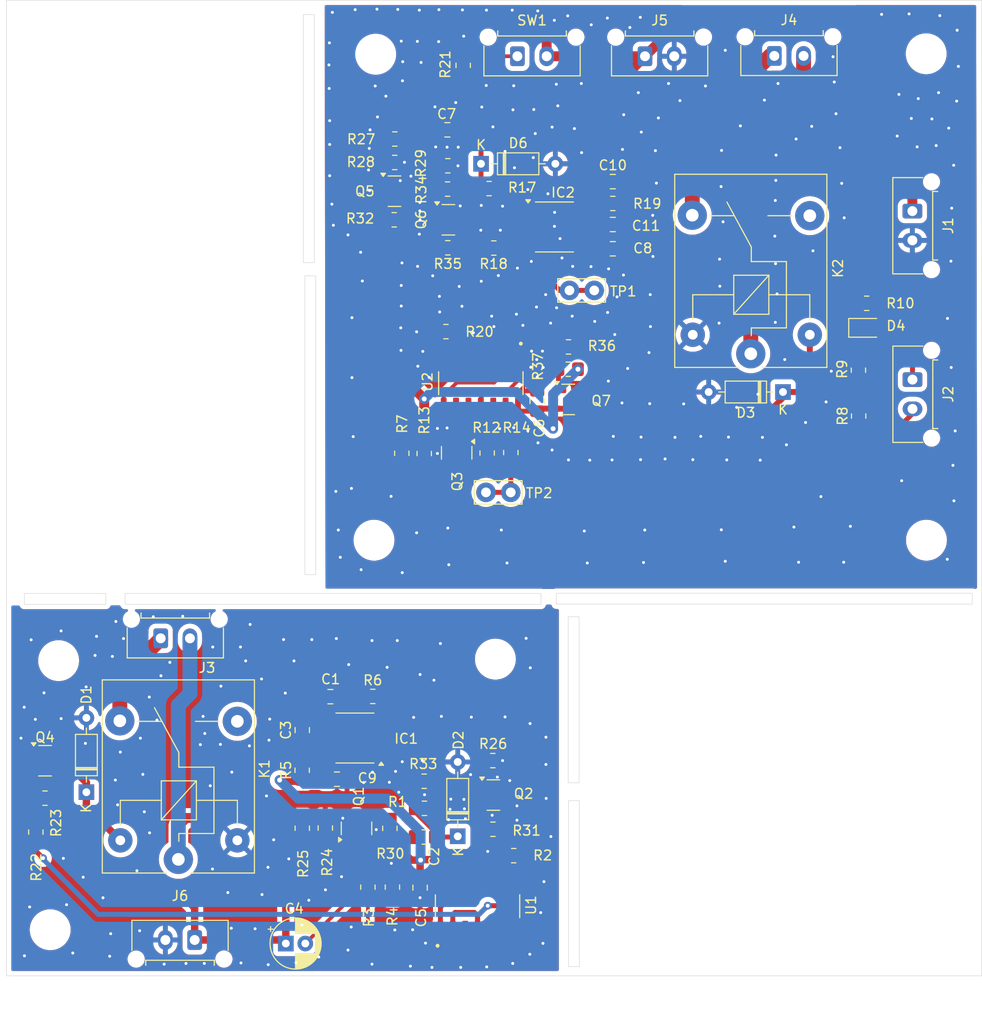
<source format=kicad_pcb>
(kicad_pcb (version 20241229) (generator "pcbnew") (generator_version "9.0")
  (layers (0 "F.Cu" signal) (2 "B.Cu" signal) (13 "F.Paste" user) (15 "B.Paste" user) (5 "F.SilkS" user "F.Silkscreen") (7 "B.SilkS" user "B.Silkscreen") (1 "F.Mask" user) (3 "B.Mask" user) (25 "Edge.Cuts" user))
  (net 0 "")
  (net 1 "Net-(IC1-CONT)")
  (net 2 "GND")
  (net 3 "Net-(Q1-D)")
  (net 4 "Net-(D2-K)")
  (net 5 "/falling edge trigger for TSMS/DISCH")
  (net 6 "/TSMS_reset")
  (net 7 "+12V")
  (net 8 "Net-(D6-K)")
  (net 9 "Net-(Q5-D)")
  (net 10 "Net-(IC2-CONT)")
  (net 11 "/falling edge trigger for IMD/DISCH")
  (net 12 "Net-(D4-A)")
  (net 13 "/falling edge trigger for TSMS/TRIG")
  (net 14 "/TSMS_fall_edge_out")
  (net 15 "Net-(IC1-RESET)")
  (net 16 "/falling edge trigger for IMD/TRIG")
  (net 17 "/IMD_reset")
  (net 18 "Net-(IC2-RESET)")
  (net 19 "/IMD_MHS")
  (net 20 "/IMD_OKHS")
  (net 21 "/TSMS_output")
  (net 22 "/TSMS_input")
  (net 23 "/SDC_out")
  (net 24 "/SDC_in")
  (net 25 "/TSMS_relay+")
  (net 26 "/IMD_relay+")
  (net 27 "Net-(Q1-G)")
  (net 28 "Net-(Q2-G)")
  (net 29 "Net-(Q3-D)")
  (net 30 "Net-(Q3-G)")
  (net 31 "Net-(Q5-G)")
  (net 32 "Net-(Q6-G)")
  (net 33 "Net-(Q7-G)")
  (net 34 "/IMD_latch")
  (net 35 "/IMD_reset_btn_input")
  (net 36 "/TSMS_latch")
  (net 37 "Net-(U1-Pad10)")
  (net 38 "Net-(U1-Pad1)")
  (net 39 "Net-(U1-Pad3)")
  (net 40 "Net-(U2-Pad1)")
  (net 41 "Net-(U2-Pad3)")
  (net 42 "Net-(U2-Pad10)")
  (net 44 "unconnected-(K2-Pad3)")
  (net 45 "Net-(Q4-G)")
  (footprint "Package_TO_SOT_SMD:SOT-23" (layer "F.Cu") (at 164.899099 117.221)
    (property "Reference" "Q4")
    (property "Value" "AO3401A")
  )
  (footprint "Resistor_SMD:R_0805_2012Metric_Pad1.20x1.40mm_HandSolder" (layer "F.Cu") (at 191.2732 124.1392 90)
    (property "Reference" "R25")
    (property "Value" "100R")
  )
  (footprint "Connector_Molex:Molex_Micro-Fit_3.0_43650-0215_1x02_P3.00mm_Vertical" (layer "F.Cu") (at 239.673 44.9748)
    (property "Reference" "J4")
    (property "Value" "Conn_01x02")
  )
  (footprint "Resistor_SMD:R_0805_2012Metric_Pad1.20x1.40mm_HandSolder" (layer "F.Cu") (at 203.8002 122.0978)
    (property "Reference" "R1")
    (property "Value" "10k")
  )
  (footprint "Resistor_SMD:R_0805_2012Metric_Pad1.20x1.40mm_HandSolder" (layer "F.Cu") (at 200.516724 130.176863 90)
    (property "Reference" "R4")
    (property "Value" "4.7k")
  )
  (footprint "Diode_THT:D_DO-35_SOD27_P7.62mm_Horizontal" (layer "F.Cu") (at 169.1386 120.4468 90)
    (property "Reference" "D1")
    (property "Value" "1N4148")
  )
  (footprint "Connector_Molex:Molex_Micro-Fit_3.0_43650-0215_1x02_P3.00mm_Vertical" (layer "F.Cu") (at 213.3318 45.0088)
    (property "Reference" "SW1")
    (property "Value" "SW_Push")
  )
  (footprint "Resistor_SMD:R_0805_2012Metric_Pad1.20x1.40mm_HandSolder" (layer "F.Cu") (at 210.9122 64.6684)
    (property "Reference" "R18")
    (property "Value" "10k")
  )
  (footprint "Capacitor_SMD:C_0805_2012Metric_Pad1.18x1.45mm_HandSolder" (layer "F.Cu") (at 223.113598 57.8612)
    (property "Reference" "C10")
    (property "Value" "100nF")
  )
  (footprint "Capacitor_SMD:C_0805_2012Metric_Pad1.18x1.45mm_HandSolder" (layer "F.Cu") (at 215.359899 80.3508 90)
    (property "Reference" "C6")
    (property "Value" "100n")
  )
  (footprint "TestPoint:TestPoint_Bridge_Pitch2.54mm_Drill1.0mm" (layer "F.Cu") (at 218.6686 69.0118)
    (property "Reference" "TP1")
    (property "Value" "TestPoint")
  )
  (footprint "Package_TO_SOT_SMD:SOT-23" (layer "F.Cu") (at 207.104899 85.657799 -90)
    (property "Reference" "Q3")
    (property "Value" "AO3400A")
  )
  (footprint "Resistor_SMD:R_0805_2012Metric_Pad1.20x1.40mm_HandSolder" (layer "F.Cu") (at 200.7579 53.4924)
    (property "Reference" "R27")
    (property "Value" "100R")
  )
  (footprint "Connector_Molex:Molex_Micro-Fit_3.0_43650-0215_1x02_P3.00mm_Vertical" (layer "F.Cu") (at 226.4128 45.0088)
    (property "Reference" "J5")
    (property "Value" "Conn_01x02")
  )
  (footprint "Resistor_SMD:R_0805_2012Metric_Pad1.20x1.40mm_HandSolder" (layer "F.Cu") (at 210.2291 85.680899 -90)
    (property "Reference" "R12")
    (property "Value" "100k")
  )
  (footprint "Resistor_SMD:R_0805_2012Metric_Pad1.20x1.40mm_HandSolder" (layer "F.Cu") (at 248.319799 81.8896 90)
    (property "Reference" "R8")
    (property "Value" "2.2k")
  )
  (footprint "RMC-KiCad:SOIC127P600X175-14N" (layer "F.Cu") (at 209.245201 132.134599 90)
    (property "Reference" "U1")
    (property "Value" "4001")
  )
  (footprint "Diode_THT:D_DO-35_SOD27_P7.62mm_Horizontal" (layer "F.Cu") (at 207.2132 124.968 90)
    (property "Reference" "D2")
    (property "Value" "1N4148")
  )
  (footprint "Resistor_SMD:R_0805_2012Metric_Pad1.20x1.40mm_HandSolder" (layer "F.Cu") (at 212.6555 85.631499 90)
    (property "Reference" "R14")
    (property "Value" "100R")
  )
  (footprint "Resistor_SMD:R_0805_2012Metric_Pad1.20x1.40mm_HandSolder" (layer "F.Cu") (at 206.003301 73.2349 180)
    (property "Reference" "R20")
    (property "Value" "1M")
  )
  (footprint "Resistor_SMD:R_0805_2012Metric_Pad1.20x1.40mm_HandSolder" (layer "F.Cu") (at 164.8968 121.0564)
    (property "Reference" "R23")
    (property "Value" "100k")
  )
  (footprint "Diode_THT:D_DO-35_SOD27_P7.62mm_Horizontal" (layer "F.Cu") (at 209.6008 56.0324)
    (property "Reference" "D6")
    (property "Value" "1N4148")
  )
  (footprint "Capacitor_THT:CP_Radial_D5.0mm_P2.00mm" (layer "F.Cu") (at 189.5856 135.956112)
    (property "Reference" "C4")
    (property "Value" "220u")
  )
  (footprint "Resistor_SMD:R_0805_2012Metric_Pad1.20x1.40mm_HandSolder" (layer "F.Cu") (at 203.772098 119.3242 180)
    (property "Reference" "R33")
    (property "Value" "100R")
  )
  (footprint "Package_TO_SOT_SMD:SOT-23" (layer "F.Cu") (at 200.7302 58.8416)
    (property "Reference" "Q5")
    (property "Value" "AO3400A")
  )
  (footprint "Resistor_SMD:R_0805_2012Metric_Pad1.20x1.40mm_HandSolder" (layer "F.Cu") (at 218.5416 77.089)
    (property "Reference" "R37")
    (property "Value" "100k")
  )
  (footprint "Resistor_SMD:R_0805_2012Metric_Pad1.20x1.40mm_HandSolder" (layer "F.Cu") (at 249.1392 70.3326 180)
    (property "Reference" "R10")
    (property "Value" "1k")
  )
  (footprint "Resistor_SMD:R_0805_2012Metric_Pad1.20x1.40mm_HandSolder" (layer "F.Cu") (at 212.9536 126.9492)
    (property "Reference" "R2")
    (property "Value" "1M")
  )
  (footprint "Capacitor_SMD:C_0805_2012Metric_Pad1.18x1.45mm_HandSolder" (layer "F.Cu") (at 194.8292 119.1118)
    (property "Reference" "C9")
    (property "Value" "100nF")
  )
  (footprint "Resistor_SMD:R_0805_2012Metric_Pad1.20x1.40mm_HandSolder" (layer "F.Cu") (at 200.2536 124.1552 -90)
    (property "Reference" "R30")
    (property "Value" "10k")
  )
  (footprint "Package_TO_SOT_SMD:SOT-23" (layer "F.Cu") (at 196.8358 124.152901 90)
    (property "Reference" "Q1")
    (property "Value" "AO3400A")
  )
  (footprint "Connector_Molex:Molex_Micro-Fit_3.0_43650-0215_1x02_P3.00mm_Vertical" (layer "F.Cu") (at 253.8308 60.8824 -90)
    (property "Reference" "J1")
    (property "Value" "Conn_01x02")
  )
  (footprint "Capacitor_SMD:C_0805_2012Metric_Pad1.18x1.45mm_HandSolder" (layer "F.Cu") (at 194.1576 110.6536)
    (property "Reference" "C1")
    (property "Value" "100n")
  )
  (footprint "MountingHole:MountingHole_3.7mm" (layer "F.Cu") (at 211.074 106.807)
    (property "Reference" "H7" (hide yes))
    (property "Value" "MountingHole")
  )
  (footprint "Resistor_SMD:R_0805_2012Metric_Pad1.20x1.40mm_HandSolder" (layer "F.Cu") (at 206.1972 56.2356 180)
    (property "Reference" "R29")
    (property "Value" "100k")
  )
  (footprint "Resistor_SMD:R_0805_2012Metric_Pad1.20x1.40mm_HandSolder" (layer "F.Cu") (at 163.957 124.5362 90)
    (property "Reference" "R22")
    (property "Value" "100R")
  )
  (footprint "Resistor_SMD:R_0805_2012Metric_Pad1.20x1.40mm_HandSolder" (layer "F.Cu") (at 191.262 118.1974 90)
    (property "Reference" "R5")
    (property "Value" "10k")
  )
  (footprint "Package_SO:SOIC-8_3.9x4.9mm_P1.27mm" (layer "F.Cu") (at 217.1304 62.5094)
    (property "Reference" "IC2")
    (property "Value" "NE555")
  )
  (footprint "TestPoint:TestPoint_Bridge_Pitch2.54mm_Drill1.0mm" (layer "F.Cu") (at 210.1088 89.7128)
    (property "Reference" "TP2")
    (property "Value" "TestPoint")
  )
  (footprint "Relay_THT:Relay_SPDT_SANYOU_SRD_Series_Form_C" (layer "F.Cu") (at 178.5676 127.3316 90)
    (property "Reference" "K1")
    (property "Value" "SANYOU_SRD_Form_C")
  )
  (footprint "Resistor_SMD:R_0805_2012Metric_Pad1.20x1.40mm_HandSolder" (layer "F.Cu") (at 218.567 74.803002)
    (property "Reference" "R36")
    (property "Value" "100R")
  )
  (footprint "Diode_THT:D_DO-35_SOD27_P7.62mm_Horizontal" (layer "F.Cu") (at 240.5634 79.4258 180)
    (property "Reference" "D3")
    (property "Value" "1N4148")
  )
  (footprint "MountingHole:MountingHole_3.7mm" (layer "F.Cu") (at 198.8058 44.8056)
    (property "Reference" "H1" (hide yes))
    (property "Value" "MountingHole")
  )
  (footprint "Resistor_SMD:R_0805_2012Metric_Pad1.20x1.40mm_HandSolder" (layer "F.Cu") (at 210.4296 58.5724)
    (property "Reference" "R17")
    (property "Value" "10k")
  )
  (footprint "Resistor_SMD:R_0805_2012Metric_Pad1.20x1.40mm_HandSolder" (layer "F.Cu") (at 198.002123 130.176861 90)
    (property "Reference" "R3")
    (property "Value" "4.7k")
  )
  (footprint "Package_TO_SOT_SMD:SOT-23" (layer "F.Cu") (at 206.2574 61.7728)
    (property "Reference" "Q6")
    (property "Value" "AO3400A")
  )
  (footprint "Resistor_SMD:R_0805_2012Metric_Pad1.20x1.40mm_HandSolder" (layer "F.Cu") (at 223.113598 60.0964 180)
    (property "Reference" "R19")
    (property "Value" "10k")
  )
  (footprint "Capacitor_SMD:C_0805_2012Metric_Pad1.18x1.45mm_HandSolder" (layer "F.Cu") (at 223.113598 62.255402)
    (property "Reference" "C11")
    (property "Value" "1u")
  )
  (footprint "Resistor_SMD:R_0805_2012Metric_Pad1.20x1.40mm_HandSolder" (layer "F.Cu") (at 200.6977 61.7728 180)
    (property "Reference" "R32")
    (property "Value" "10k")
  )
  (footprint "Resistor_SMD:R_0805_2012Metric_Pad1.20x1.40mm_HandSolder" (layer "F.Cu") (at 200.7522 55.899 180)
    (property "Reference" "R28")
    (property "Value" "100k")
  )
  (footprint "MountingHole:MountingHole_3.7mm" (layer "F.Cu") (at 165.4302 134.5438)
    (property "Reference" "H6" (hide yes))
    (property "Value" "MountingHole")
  )
  (footprint "Resistor_SMD:R_0805_2012Metric_Pad1.20x1.40mm_HandSolder" (layer "F.Cu") (at 206.1972 64.643 180)
    (property "Reference" "R35")
    (property "Value" "10k")
  )
  (footprint "Relay_THT:Relay_SPDT_SANYOU_SRD_Series_Form_C" (layer "F.Cu") (at 237.2614 75.5052 90)
    (property "Reference" "K2")
    (property "Value" "SANYOU_SRD_Form_C")
  )
  (footprint "Capacitor_SMD:C_0805_2012Metric_Pad1.18x1.45mm_HandSolder" (layer "F.Cu") (at 206.1503 52.5526)
    (property "Reference" "C7")
    (property "Value" "1u")
  )
  (footprint "LED_SMD:LED_0805_2012Metric_Pad1.15x1.40mm_HandSolder" (layer "F.Cu") (at 249.165 72.8472)
    (property "Reference" "D4")
    (property "Value" "LED")
  )
  (footprint "MountingHole:MountingHole_3.7mm" (layer "F.Cu") (at 166.2938 106.9594)
    (property "Reference" "H5" (hide yes))
    (property "Value" "MountingHole")
  )
  (footprint "Connector_Molex:Molex_Micro-Fit_3.0_43650-0215_1x02_P3.00mm_Vertical" (layer "F.Cu") (at 253.8402 78.1544 -90)
    (property "Reference" "J2")
    (property "Value" "Conn_01x02")
  )
  (footprint "Resistor_SMD:R_0805_2012Metric_Pad1.20x1.40mm_HandSolder" (layer "F.Cu") (at 201.4795 85.707699 90)
    (property "Reference" "R7")
    (property "Value" "1M")
  )
  (footprint "MountingHole:MountingHole_3.7mm" (layer "F.Cu") (at 255.2446 44.7548)
    (property "Reference" "H2" (hide yes))
    (property "Value" "MountingHole")
  )
  (footprint "Capacitor_SMD:C_0805_2012Metric_Pad1.18x1.45mm_HandSolder" (layer "F.Cu") (at 203.3524 130.2257 -90)
    (property "Reference" "C5")
    (property "Value" "100n")
  )
  (footprint "Package_SO:SOIC-8_3.9x4.9mm_P1.27mm" (layer "F.Cu") (at 196.6722 114.8954 180)
    (property "Reference" "IC1")
    (property "Value" "NE555")
  )
  (footprint "Package_TO_SOT_SMD:SOT-23" (layer "F.Cu") (at 218.5416 80.1878)
    (property "Reference" "Q7")
    (property "Value" "AO3401A")
  )
  (footprint "Connector_Molex:Molex_Micro-Fit_3.0_43650-0215_1x02_P3.00mm_Vertical" (layer "F.Cu") (at 176.7558 104.6734)
    (property "Reference" "J3")
    (property "Value" "Conn_01x02")
  )
  (footprint "Resistor_SMD:R_0805_2012Metric_Pad1.20x1.40mm_HandSolder" (layer "F.Cu") (at 203.7775 85.731699 -90)
    (property "Reference" "R13")
    (property "Value" "10k")
  )
  (footprint "Connector_Molex:Molex_Micro-Fit_3.0_43650-0215_1x02_P3.00mm_Vertical" (layer "F.Cu") (at 180.2398 135.5938 180)
    (property "Reference" "J6")
    (property "Value" "Conn_01x02")
  )
  (footprint "Resistor_SMD:R_0805_2012Metric_Pad1.20x1.40mm_HandSolder" (layer "F.Cu") (at 207.772 45.9486 -90)
    (property "Reference" "R21")
    (property "Value" "10k")
  )
  (footprint "Resistor_SMD:R_0805_2012Metric_Pad1.20x1.40mm_HandSolder" (layer "F.Cu") (at 248.2944 77.1906 -90)
    (property "Reference" "R9")
    (property "Value" "2.2k")
  )
  (footprint "Resistor_SMD:R_0805_2012Metric_Pad1.20x1.40mm_HandSolder" (layer "F.Cu") (at 198.501 110.6282)
    (property "Reference" "R6")
    (property "Value" "10k")
  )
  (footprint "MountingHole:MountingHole_3.7mm" (layer "F.Cu") (at 198.628 94.615)
    (property "Reference" "H3" (hide yes))
    (property "Value" "MountingHole")
  )
  (footprint "Resistor_SMD:R_0805_2012Metric_Pad1.20x1.40mm_HandSolder" (layer "F.Cu") (at 210.822295 124.242703 180)
    (property "Reference" "R31")
    (property "Value" "10k")
  )
  (footprint "RMC-KiCad:SOIC127P600X175-14N" (layer "F.Cu") (at 209.5821 78.5171 -90)
    (property "Reference" "U2")
    (property "Value" "4001")
  )
  (footprint "Capacitor_SMD:C_0805_2012Metric_Pad1.18x1.45mm_HandSolder" (layer "F.Cu") (at 223.113598 64.7446)
    (property "Reference" "C8")
    (property "Value" "100n")
  )
  (footprint "Package_TO_SOT_SMD:SOT-23" (layer "F.Cu") (at 210.8708 120.7375)
    (property "Reference" "Q2")
    (property "Value" "AO3400A")
  )
  (footprint "Resistor_SMD:R_0805_2012Metric_Pad1.20x1.40mm_HandSolder" (layer "F.Cu") (at 206.1718 58.6232)
    (property "Reference" "R34")
    (property "Value" "100R")
  )
  (footprint "Resistor_SMD:R_0805_2012Metric_Pad1.20x1.40mm_HandSolder" (layer "F.Cu") (at 193.6354 124.1138 -90)
    (property "Reference" "R24")
    (property "Value" "100k")
  )
  (footprint "MountingHole:MountingHole_3.7mm" (layer "F.Cu") (at 255.27 94.615)
    (property "Reference" "H4" (hide yes))
    (property "Value" "MountingHole")
  )
  (footprint "Capacitor_SMD:C_0805_2012Metric_Pad1.18x1.45mm_HandSolder" (layer "F.Cu") (at 191.2732 114.0826 90)
    (property "Reference" "C3")
    (property "Value" "1u")
  )
  (footprint "Capacitor_SMD:C_0805_2012Metric_Pad1.18x1.45mm_HandSolder" (layer "F.Cu") (at 203.8174 125.039198)
    (property "Reference" "C2")
    (property "Value" "1u")
  )
  (footprint "Resistor_SMD:R_0805_2012Metric_Pad1.20x1.40mm_HandSolder" (layer "F.Cu") (at 210.812894 117.206905 180)
    (property "Reference" "R26")
    (property "Value" "100k")
  )
  (gr_rect (start 217.3224 100.0506) (end 259.969 101.1682) (stroke (width 0.05)) (fill no) (layer "Edge.Cuts"))
  (gr_rect (start 218.566999 121.3104) (end 219.6846 138.3284) (stroke (width 0.05)) (fill no) (layer "Edge.Cuts"))
  (gr_rect (start 162.7759 100.076) (end 171.1325 101.1936) (stroke (width 0.05)) (fill no) (layer "Edge.Cuts"))
  (gr_poly (pts (xy 191.5414 98.145757) (xy 191.5414 67.5132) (xy 192.659 67.513201) (xy 192.659 98.145756)) (stroke (width 0.05)) (fill no) (layer "Edge.Cuts"))
  (gr_rect (start 160.947 39.2682) (end 260.947 139.2682) (stroke (width 0.05)) (fill no) (layer "Edge.Cuts"))
  (gr_rect (start 218.541599 102.4636) (end 219.6592 119.4816) (stroke (width 0.05)) (fill no) (layer "Edge.Cuts"))
  (gr_rect (start 173.101 100.076) (end 215.7476 101.1936) (stroke (width 0.05)) (fill no) (layer "Edge.Cuts"))
  (gr_poly (pts (xy 191.389 66.167149) (xy 191.389 40.741599) (xy 192.5066 40.7416) (xy 192.5066 66.167148)) (stroke (width 0.05)) (fill no) (layer "Edge.Cuts"))
  (segment (start 192.7352 111.0385) (end 192.7352 112.5728) (width 0.508) (layer "F.Cu") (net 1))
  (segment (start 193.1528 112.9904) (end 194.1972 112.9904) (width 0.508) (layer "F.Cu") (net 1))
  (segment (start 193.1201 110.6536) (end 192.7352 111.0385) (width 0.508) (layer "F.Cu") (net 1))
  (segment (start 192.7352 112.5728) (end 193.1528 112.9904) (width 0.508) (layer "F.Cu") (net 1))
  (segment (start 198.1708 58.7756) (end 198.1708 59.5376) (width 0.508) (layer "F.Cu") (net 2))
  (segment (start 184.6176 125.3816) (end 184.727 125.3816) (width 1.016) (layer "F.Cu") (net 2))
  (segment (start 198.1708 59.5376) (end 198.4248 59.7916) (width 0.508) (layer "F.Cu") (net 2))
  (segment (start 215.359899 77.883101) (end 215.3666 77.8764) (width 0.508) (layer "F.Cu") (net 2))
  (segment (start 198.4248 59.7916) (end 199.7927 59.7916) (width 0.508) (layer "F.Cu") (net 2))
  (segment (start 210.7438 122.809) (end 210.7438 122.498) (width 0.508) (layer "F.Cu") (net 2))
  (segment (start 207.2386 56.2356) (end 207.2386 54.356) (width 0.508) (layer "F.Cu") (net 2))
  (segment (start 207.2386 54.356) (end 207.264 54.3306) (width 0.2) (layer "F.Cu") (net 2))
  (segment (start 201.7522 57.3278) (end 201.3204 57.7596) (width 0.508) (layer "F.Cu") (net 2))
  (segment (start 201.7522 55.899) (end 201.7522 57.3278) (width 0.508) (layer "F.Cu") (net 2))
  (segment (start 210.7438 122.498) (end 209.9333 121.6875) (width 0.508) (layer "F.Cu") (net 2))
  (segment (start 203.7994 62.7228) (end 203.2762 63.246) (width 0.508) (layer "F.Cu") (net 2))
  (segment (start 206.154899 84.720299) (end 206.154899 83.142699) (width 0.508) (layer "F.Cu") (net 2))
  (segment (start 206.154899 83.142699) (end 206.121 83.1088) (width 0.508) (layer "F.Cu") (net 2))
  (segment (start 198.8566 124.2822) (end 198.594001 124.2822) (width 0.508) (layer "F.Cu") (net 2))
  (segment (start 215.359899 79.3133) (end 215.359899 77.883101) (width 0.508) (layer "F.Cu") (net 2))
  (segment (start 198.594001 124.2822) (end 197.7858 125.090401) (width 0.508) (layer "F.Cu") (net 2))
  (segment (start 184.6072 125.392) (end 184.6176 125.3816) (width 1.016) (layer "F.Cu") (net 2))
  (segment (start 205.3199 62.7228) (end 203.7994 62.7228) (width 0.508) (layer "F.Cu") (net 2))
  (via (at 218.948 71.6534) (size 0.6) (drill 0.3) (layers "F.Cu" "B.Cu") (net 2))
  (via (at 219.9132 54.8894) (size 0.6) (drill 0.3) (layers "F.Cu" "B.Cu") (net 2))
  (via (at 204.2922 77.9272) (size 0.6) (drill 0.3) (layers "F.Cu" "B.Cu") (net 2))
  (via (at 170.8404 131.2672) (size 0.6) (drill 0.3) (layers "F.Cu" "B.Cu") (net 2))
  (via (at 175.6156 124.6124) (size 0.6) (drill 0.3) (layers "F.Cu" "B.Cu") (net 2))
  (via (at 179.0192 102.4128) (size 0.6) (drill 0.3) (layers "F.Cu" "B.Cu") (net 2))
  (via (at 225.933 41.021) (size 0.6) (drill 0.3) (layers "F.Cu" "B.Cu") (net 2))
  (via (at 163.4744 104.8258) (size 0.6) (drill 0.3) (layers "F.Cu" "B.Cu") (net 2))
  (via (at 215.9 75.2348) (size 0.6) (drill 0.3) (layers "F.Cu" "B.Cu") (net 2))
  (via (at 175.0822 122.4534) (size 0.6) (drill 0.3) (layers "F.Cu" "B.Cu") (net 2))
  (via (at 201.3204 57.7596) (size 0.6) (drill 0.3) (layers "F.Cu" "B.Cu") (net 2))
  (via (at 201.5744 45.5676) (size 0.6) (drill 0.3) (layers "F.Cu" "B.Cu") (net 2))
  (via (at 245.8212 47.6504) (size 0.6) (drill 0.3) (layers "F.Cu" "B.Cu") (net 2))
  (via (at 212.9536 48.0314) (size 0.6) (drill 0.3) (layers "F.Cu" "B.Cu") (net 2))
  (via (at 234.2642 54.6608) (size 0.6) (drill 0.3) (layers "F.Cu" "B.Cu") (net 2))
  (via (at 205.3336 69.6214) (size 0.6) (drill 0.3) (layers "F.Cu" "B.Cu") (net 2))
  (via (at 218.4908 40.8686) (size 0.6) (drill 0.3) (layers "F.Cu" "B.Cu") (net 2))
  (via (at 200.406 127.7366) (size 0.6) (drill 0.3) (layers "F.Cu" "B.Cu") (net 2))
  (via (at 212.0646 112.7252) (size 0.6) (drill 0.3) (layers "F.Cu" "B.Cu") (net 2))
  (via (at 196.3674 77.9526) (size 0.6) (drill 0.3) (layers "F.Cu" "B.Cu") (net 2))
  (via (at 203.581 117.1956) (size 0.6) (drill 0.3) (layers "F.Cu" "B.Cu") (net 2))
  (via (at 202.9968 93.853) (size 0.6) (drill 0.3) (layers "F.Cu" "B.Cu") (net 2))
  (via (at 206.502 121.158) (size 0.6) (drill 0.3) (layers "F.Cu" "B.Cu") (net 2))
  (via (at 190.4238 106.9848) (size 0.6) (drill 0.3) (layers "F.Cu" "B.Cu") (net 2))
  (via (at 217.1304 62.4444) (size 0.6) (drill 0.3) (layers "F.Cu" "B.Cu") (net 2))
  (via (at 196.3674 71.8058) (size 0.6) (drill 0.3) (layers "F.Cu" "B.Cu") (net 2))
  (via (at 198.1708 58.7756) (size 0.6) (drill 0.3) (layers "F.Cu" "B.Cu") (net 2))
  (via (at 210.82 52.2478) (size 0.6) (drill 0.3) (layers "F.Cu" "B.Cu") (net 2))
  (via (at 205.4352 105.2068) (size 0.6) (drill 0.3) (layers "F.Cu" "B.Cu") (net 2))
  (via (at 194.056 43.6372) (size 0.6) (drill 0.3) (layers "F.Cu" "B.Cu") (net 2))
  (via (at 227.203 61.3156) (size 0.6) (drill 0.3) (layers "F.Cu" "B.Cu") (net 2))
  (via (at 203.3524 61.7728) (size 0.6) (drill 0.3) (layers "F.Cu" "B.Cu") (net 2))
  (via (at 166.5478 103.9114) (size 0.6) (drill 0.3) (layers "F.Cu" "B.Cu") (net 2))
  (via (at 210.185 138.3538) (size 0.6) (drill 0.3) (layers "F.Cu" "B.Cu") (net 2))
  (via (at 243.6368 64.9478) (size 0.6) (drill 0.3) (layers "F.Cu" "B.Cu") (net 2))
  (via (at 196.4944 83.9978) (size 0.6) (drill 0.3) (layers "F.Cu" "B.Cu") (net 2))
  (via (at 177.1142 138.0744) (size 0.6) (drill 0.3) (layers "F.Cu" "B.Cu") (net 2))
  (via (at 171.5262 137.2616) (size 0.6) (drill 0.3) (layers "F.Cu" "B.Cu") (net 2))
  (via (at 246.4054 54.3814) (size 0.6) (drill 0.3) (layers "F.Cu" "B.Cu") (net 2))
  (via (at 203.3524 131.2632) (size 0.6) (drill 0.3) (layers "F.Cu" "B.Cu") (net 2))
  (via (at 202.4126 57.3024) (size 0.6) (drill 0.3) (layers "F.Cu" "B.Cu") (net 2))
  (via (at 187.6044 120.8278) (size 0.6) (drill 0.3) (layers "F.Cu" "B.Cu") (net 2))
  (via (at 197.3072 97.6376) (size 0.6) (drill 0.3) (layers "F.Cu" "B.Cu") (net 2))
  (via (at 227.7872 51.3334) (size 0.6) (drill 0.3) (layers "F.Cu" "B.Cu") (net 2))
  (via (at 234.9754 84.0486) (size 0.6) (drill 0.3) (layers "F.Cu" "B.Cu") (net 2))
  (via (at 203.073 43.4848) (size 0.6) (drill 0.3) (layers "F.Cu" "B.Cu") (net 2))
  (via (at 187.0964 108.839) (size 0.6) (drill 0.3) (layers "F.Cu" "B.Cu") (net 2))
  (via (at 212.9536 83.0834) (size 0.6) (drill 0.3) (layers "F.Cu" "B.Cu") (net 2))
  (via (at 203.327 59.9948) (size 0.6) (drill 0.3) (layers "F.Cu" "B.Cu") (net 2))
  (via (at 169.037 115.443) (size 0.6) (drill 0.3) (layers "F.Cu" "B.Cu") (net 2))
  (via (at 217.3478 70.7898) (size 0.6) (drill 0.3) (layers "F.Cu" "B.Cu") (net 2))
  (via (at 187.1472 130.937) (size 0.6) (drill 0.3) (layers "F.Cu" "B.Cu") (net 2))
  (via (at 234.061 65.8114) (size 0.6) (drill 0.3) (layers "F.Cu" "B.Cu") (net 2))
  (via (at 226.9744 72.7202) (size 0.6) (drill 0.3) (layers "F.Cu" "B.Cu") (net 2))
  (via (at 207.899 122.1486) (size 0.6) (drill 0.3) (layers "F.Cu" "B.Cu") (net 2))
  (via (at 176.784 108.5088) (size 0.6) (drill 0.3) (layers "F.Cu" "B.Cu") (net 2))
  (via (at 246.7864 96.8756) (size 0.6) (drill 0.3) (layers "F.Cu" "B.Cu") (net 2))
  (via (at 258.2164 83.4136) (size 0.6) (drill 0.3) (layers "F.Cu" "B.Cu") (net 2))
  (via (at 234.4166 61.976) (size 0.6) (drill 0.3) (layers "F.Cu" "B.Cu") (net 2))
  (via (at 220.4974 96.9518) (size 0.6) (drill 0.3) (layers "F.Cu" "B.Cu") (net 2))
  (via (at 229.489 84.074) (size 0.6) (drill 0.3) (layers "F.Cu" "B.Cu") (net 2))
  (via (at 226.3902 93.5736) (size 0.6) (drill 0.3) (layers "F.Cu" "B.Cu") (net 2))
  (via (at 202.9968 73.2536) (size 0.6) (drill 0.3) (layers "F.Cu" "B.Cu") (net 2))
  (via (at 206.4258 122.1994) (size 0.6) (drill 0.3) (layers "F.Cu" "B.Cu") (net 2))
  (via (at 214.7824 75.2348) (size 0.6) (drill 0.3) (layers "F.Cu" "B.Cu") (net 2))
  (via (at 181.229 137.9982) (size 0.6) (drill 0.3) (layers "F.Cu" "B.Cu") (net 2))
  (via (at 239.776 59.7916) (size 0.6) (drill 0.3) (layers "F.Cu" "B.Cu") (net 2))
  (via (at 194.0814 51.6128) (size 0.6) (drill 0.3) (layers "F.Cu" "B.Cu") (net 2))
  (via (at 204.9526 54.3052) (size 0.6) (drill 0.3) (layers "F.Cu" "B.Cu") (net 2))
  (via (at 182.88 115.5446) (size 0.6) (drill 0.3) (layers "F.Cu" "B.Cu") (net 2))
  (via (at 171.8056 106.5276) (size 0.6) (drill 0.3) (layers "F.Cu" "B.Cu") (net 2))
  (via (at 189.357 104.8004) (size 0.6) (drill 0.3) (layers "F.Cu" "B.Cu") (net 2))
  (via (at 172.339 121.7422) (size 0.6) (drill 0.3) (layers "F.Cu" "B.Cu") (net 2))
  (via (at 222.6564 78.3082) (size 0.6) (drill 0.3) (layers "F.Cu" "B.Cu") (net 2))
  (via (at 174.3202 128.4986) (size 0.6) (drill 0.3) (layers "F.Cu" "B.Cu") (net 2))
  (via (at 217.9066 65.6844) (size 0.6) (drill 0.3) (layers "F.Cu" "B.Cu") (net 2))
  (via (at 244.983 80.4418) (size 0.6) (drill 0.3) (layers "F.Cu" "B.Cu") (net 2))
  (via (at 179.3494 137.9982) (size 0.6) (drill 0.3) (layers "F.Cu" "B.Cu") (net 2))
  (via (at 208.534 118.6434) (size 0.6) (drill 0.3) (layers "F.Cu" "B.Cu") (net 2))
  (via (at 175.9966 102.4636) (size 0.6) (drill 0.3) (layers "F.Cu" "B.Cu") (net 2))
  (via (at 204.7748 108.966) (size 0.6) (drill 0.3) (layers "F.Cu" "B.Cu") (net 2))
  (via (at 236.1946 52.1462) (size 0.6) (drill 0.3) (layers "F.Cu" "B.Cu") (net 2))
  (via (at 205.2574 43.5102) (size 0.6) (drill 0.3) (layers "F.Cu" "B.Cu") (net 2))
  (via (at 225.9584 86.36) (size 0.6) (drill 0.3) (layers "F.Cu" "B.Cu") (net 2))
  (via (at 180.8226 115.57) (size 0.6) (drill 0.3) (layers "F.Cu" "B.Cu") (net 2))
  (via (at 224.8662 42.0624) (size 0.6) (drill 0.3) (layers "F.Cu" "B.Cu") (net 2))
  (via (at 199.8472 49.0982) (size 0.6) (drill 0.3) (layers "F.Cu" "B.Cu") (net 2))
  (via (at 223.5454 69.6722) (size 0.6) (drill 0.3) (layers "F.Cu" "B.Cu") (net 2))
  (via (at 211.5058 83.185) (size 0.6) (drill 0.3) (layers "F.Cu" "B.Cu") (net 2))
  (via (at 226.949 69.4436) (size 0.6) (drill 0.3) (layers "F.Cu" "B.Cu") (net 2))
  (via (at 228.8286 47.8028) (size 0.6) (drill 0.3) (layers "F.Cu" "B.Cu") (net 2))
  (via (at 204.8764 50.1904) (size 0.6) (drill 0.3) (layers "F.Cu" "B.Cu") (net 2))
  (via (at 246.5832 58.039) (size 0.6) (drill 0.3) (layers "F.Cu" "B.Cu") (net 2))
  (via (at 258.3688 49.6062) (size 0.6) (drill 0.3) (layers "F.Cu" "B.Cu") (net 2))
  (via (at 202.5904 134.5438) (size 0.6) (drill 0.3) (layers "F.Cu" "B.Cu") (net 2))
  (via (at 257.4036 96.5708) (size 0.6) (drill 0.3) (layers "F.Cu" "B.Cu") (net 2))
  (via (at 207.2386 56.2356) (size 0.6) (drill 0.3) (layers "F.Cu" "B.Cu") (net 2))
  (via (at 209.6262 68.072) (size 0.6) (drill 0.3) (layers "F.Cu" "B.Cu") (net 2))
  (via (at 217.4748 50.0888) (size 0.6) (drill 0.3) (layers "F.Cu" "B.Cu") (net 2))
  (via (at 211.582 62.8396) (size 0.6) (drill 0.3) (layers "F.Cu" "B.Cu") (net 2))
  (via (at 239.9538 69.3674) (size 0.6) (drill 0.3) (layers "F.Cu" "B.Cu") (net 2))
  (via (at 198.9328 40.1828) (size 0.6) (drill 0.3) (layers "F.Cu" "B.Cu") (net 2))
  (via (at 216.2302 69.4436) (size 0.6) (drill 0.3) (layers "F.Cu" "B.Cu") (net 2))
  (via (at 203.9112 135.9154) (size 0.6) (drill 0.3) (layers "F.Cu" "B.Cu") (net 2))
  (via (at 194.31 60.1726) (size 0.6) (drill 0.3) (layers "F.Cu" "B.Cu") (net 2))
  (via (at 238.6584 49.5046) (size 0.6) (drill 0.3) (layers "F.Cu" "B.Cu") (net 2))
  (via (at 213.2838 123.317) (size 0.6) (drill 0.3) (layers "F.Cu" "B.Cu") (net 2))
  (via (at 187.7822 138.1252) (size 0.6) (drill 0.3) (layers "F.Cu" "B.Cu") (net 2))
  (via (at 212.5472 119.253) (size 0.6) (drill 0.3) (layers "F.Cu" "B.Cu") (net 2))
  (via (at 210.7438 122.809) (size 0.6) (drill 0.3) (layers "F.Cu" "B.Cu") (net 2))
  (via (at 226.0092 84.0486) (size 0.6) (drill 0.3) (layers "F.Cu" "B.Cu") (net 2))
  (via (at 198.2216 52.5526) (size 0.6) (drill 0.3) (layers "F.Cu" "B.Cu") (net 2))
  (via (at 215.2904 70.7136) (size 0.6) (drill 0.3) (layers "F.Cu" "B.Cu") (net 2))
  (via (at 218.567 86.3854) (size 0.6) (drill 0.3) (layers "F.Cu" "B.Cu") (net 2))
  (via (at 213.233 71.4502) (size 0.6) (drill 0.3) (layers "F.Cu" "B.Cu") (net 2))
  (via (at 245.999 50.9016) (size 0.6) (drill 0.3) (layers "F.Cu" "B.Cu") (net 2))
  (via (at 215.1634 52.9336) (size 0.6) (drill 0.3) (layers "F.Cu" "B.Cu") (net 2))
  (via (at 207.6958 40.259) (size 0.6) (drill 0.3) (layers "F.Cu" "B.Cu") (net 2))
  (via (at 209.5754 62.8396) (size 0.6) (drill 0.3) (layers "F.Cu" "B.Cu") (net 2))
  (via (at 215.3158 76.0984) (size 0.6) (drill 0.3) (layers "F.Cu" "B.Cu") (net 2))
  (via (at 217.1192 41.3258) (size 0.6) (drill 0.3) (layers "F.Cu" "B.Cu") (net 2))
  (via (at 215.011 50.4698) (size 0.6) (drill 0.3) (layers "F.Cu" "B.Cu") (net 2))
  (via (at 208.0006 123.1646) (size 0.6) (drill 0.3) (layers "F.Cu" "B.Cu") (net 2))
  (via (at 252.4506 48.9204) (size 0.6) (drill 0.3) (layers "F.Cu" "B.Cu") (net 2))
  (via (at 205.1304 85.725) (size 0.6) (drill 0.3) (layers "F.Cu" "B.Cu") (net 2))
  (via (at 201.5236 97.9424) (size 0.6) (drill 0.3) (layers "F.Cu" "B.Cu") (net 2))
  (via (at 216.7636 124.9934) (size 0.6) (drill 0.3) (layers "F.Cu" "B.Cu") (net 2))
  (via (at 218.9988 66.548) (size 0.6) (drill 0.3) (layers "F.Cu" "B.Cu") (net 2))
  (via (at 194.0814 57.2516) (size 0.6) (drill 0.3) (layers "F.Cu" "B.Cu") (net 2))
  (via (at 216.0524 129.6162) (size 0.6) (drill 0.3) (layers "F.Cu" "B.Cu") (net 2))
  (via (at 197.2564 65.1002) (size 0.6) (drill 0.3) (layers "F.Cu" "B.Cu") (net 2))
  (via (at 209.677 50.2158) (size 0.6) (drill 0.3) (layers "F.Cu" "B.Cu") (net 2))
  (via (at 201.549 47.5234) (size 0.6) (drill 0.3) (layers "F.Cu" "B.Cu") (net 2))
  (via (at 211.8106 60.3758) (size 0.6) (drill 0.3) (layers "F.Cu" "B.Cu") (net 2))
  (via (at 196.3166 89.3064) (size 0.6) (drill 0.3) (layers "F.Cu" "B.Cu") (net 2))
  (via (at 212.8774 50.4952) (size 0.6) (drill 0.3) (layers "F.Cu" "B.Cu") (net 2))
  (via (at 242.1636 96.8756) (size 0.6) (drill 0.3) (layers "F.Cu" "B.Cu") (net 2))
  (via (at 216.2556 117.602) (size 0.6) (drill 0.3) (layers "F.Cu" "B.Cu") (net 2))
  (via (at 214.9602 55.3974) (size 0.6) (drill 0.3) (layers "F.Cu" "B.Cu") (net 2))
  (via (at 256.5146 48.7426) (size 0.6) (drill 0.3) (layers "F.Cu" "B.Cu") (net 2))
  (via (at 228.473 86.2838) (size 0.6) (drill 0.3) (layers "F.Cu" "B.Cu") (net 2))
  (via (at 184.9374 105.5624) (size 0.6) (drill 0.3) (layers "F.Cu" "B.Cu") (net 2))
  (via (at 181.2798 114.427) (size 0.6) (drill 0.3) (layers "F.Cu" "B.Cu") (net 2))
  (via (at 207.4672 60.3504) (size 0.6) (drill 0.3) (layers "F.Cu" "B.Cu") (net 2))
  (via (at 200.3806 90.1192) (size 0.6) (drill 0.3) (layers "F.Cu" "B.Cu") (net 2))
  (via (at 192.2526 104.8004) (size 0.6) (drill 0.3) (layers "F.Cu" "B.Cu") (net 2))
  (via (at 217.3224 47.879) (size 0.6) (drill 0.3) (layers "F.Cu" "B.Cu") (net 2))
  (via (at 203.0984 66.548) (size 0.6) (drill 0.3) (layers "F.Cu" "B.Cu") (net 2))
  (via (at 196.2912 134.2644) (size 0.6) (drill 0.3) (layers "F.Cu" "B.Cu") (net 2))
  (via (at 214.63 113.411) (size 0.6) (drill 0.3) (layers "F.Cu" "B.Cu") (net 2))
  (via (at 257.429 71.882) (size 0.6) (drill 0.3) (layers "F.Cu" "B.Cu") (net 2))
  (via (at 216.2556 114.808) (size 0.6) (drill 0.3) (layers "F.Cu" "B.Cu") (net 2))
  (via (at 212.0646 54.7624) (size 0.6) (drill 0.3) (layers "F.Cu" "B.Cu") (net 2))
  (via (at 195.4276 123.1138) (size 0.6) (drill 0.3) (layers "F.Cu" "B.Cu") (net 2))
  (via (at 211.2772 118.8974) (size 0.6) (drill 0.3) (layers "F.Cu" "B.Cu") (net 2))
  (via (at 206.121 54.3306) (size 0.6) (drill 0.3) (layers "F.Cu" "B.Cu") (net 2))
  (via (at 169.1132 109.6518) (size 0.6) (drill 0.3) (layers "F.Cu" "B.Cu") (net 2))
  (via (at 211.6836 93.5736) (size 0.6) (drill 0.3) (layers "F.Cu" "B.Cu") (net 2))
  (via (at 203.2762 40.2844) (size 0.6) (drill 0.3) (layers "F.Cu" "B.Cu") (net 2))
  (via (at 201.4982 66.1924) (size 0.6) (drill 0.3) (layers "F.Cu" "B.Cu") (net 2))
  (via (at 202.3618 138.2776) (size 0.6) (drill 0.3) (layers "F.Cu" "B.Cu") (net 2))
  (via (at 172.1612 102.9462) (size 0.6) (drill 0.3) (layers "F.Cu" "B.Cu") (net 2))
  (via (at 234.0864 68.58) (size 0.6) (drill 0.3) (layers "F.Cu" "B.Cu") (net 2))
  (via (at 183.9976 134.3914) (size 0.6) (drill 0.3) (layers "F.Cu" "B.Cu") (net 2))
  (via (at 227.4824 54.6862) (size 0.6) (drill 0.3) (layers "F.Cu" "B.Cu") (net 2))
  (via (at 212.8012 40.2844) (size 0.6) (drill 0.3) (layers "F.Cu" "B.Cu") (net 2))
  (via (at 234.2388 93.5482) (size 0.6) (drill 0.3) (layers "F.Cu" "B.Cu") (net 2))
  (via (at 203.1238 76.7842) (size 0.6) (drill 0.3) (layers "F.Cu" "B.Cu") (net 2))
  (via (at 208.6102 112.7506) (size 0.6) (drill 0.3) (layers "F.Cu" "B.Cu") (net 2))
  (via (at 164.7952 110.2614) (size 0.6) (drill 0.3) (layers "F.Cu" "B.Cu") (net 2))
  (via (at 184.0484 118.3894) (size 0.6) (drill 0.3) (layers "F.Cu" "B.Cu") (net 2))
  (via (at 246.8372 61.5696) (size 0.6) (drill 0.3) (layers "F.Cu" "B.Cu") (net 2))
  (via (at 254.316399 54.29654) (size 0.6) (drill 0.3) (layers "F.Cu" "B.Cu") (net 2))
  (via (at 234.6452 44.3992) (size 0.6) (drill 0.3) (layers "F.Cu" "B.Cu") (net 2))
  (via (at 194.4624 62.3316) (size 0.6) (drill 0.3) (layers "F.Cu" "B.Cu") (net 2))
  (via (at 162.788823 137.214657) (size 0.6) (drill 0.3) (layers "F.Cu" "B.Cu") (net 2))
  (via (at 237.998 79.6544) (size 0.6) (drill 0.3) (layers "F.Cu" "B.Cu") (net 2))
  (via (at 244.4496 90.1446) (size 0.6) (drill 0.3) (layers "F.Cu" "B.Cu") (net 2))
  (via (at 219.1766 52.4256) (size 0.6) (drill 0.3) (layers "F.Cu" "B.Cu") (net 2))
  (via (at 226.8982 80.6196) (size 0.6) (drill 0.3) (layers "F.Cu" "B.Cu") (net 2))
  (via (at 174.6758 114.9096) (size 0.6) (drill 0.3) (layers "F.Cu" "B.Cu") (net 2))
  (via (at 193.6496 130.4544) (size 0.6) (drill 0.3) (layers "F.Cu" "B.Cu") (net 2))
  (via (at 216.281 121.0818) (size 0.6) (drill 0.3) (layers "F.Cu" "B.Cu") (net 2))
  (via (at 172.6184 116.332) (size 0.6) (drill 0.3) (layers "F.Cu" "B.Cu") (net 2))
  (via (at 203.3524 108.3818) (size 0.6) (drill 0.3) (layers "F.Cu" "B.Cu") (net 2))
  (via (at 223.0374 86.3854) (size 0.6) (drill 0.3) (layers "F.Cu" "B.Cu") (net 2))
  (via (at 216.7382 72.3646) (size 0.6) (drill 0.3) (layers "F.Cu" "B.Cu") (net 2))
  (via (at 208.8134 73.3552) (size 0.6) (drill 0.3) (layers "F.Cu" "B.Cu") (net 2))
  (via (at 192.9638 137.3378) (size 0.6) (drill 0.3) (layers "F.Cu" "B.Cu") (net 2))
  (via (at 238.4552 84.074) (size 0.6) (drill 0.3) (layers "F.Cu" "B.Cu") (net 2))
  (via (at 258.5466 46.0502) (size 0.6) (drill 0.3) (layers "F.Cu" "B.Cu") (net 2))
  (via (at 185.4708 106.9848) (size 0.6) (drill 0.3) (layers "F.Cu" "B.Cu") (net 2))
  (via (at 255.8288 51.435) (size 0.6) (drill 0.3) (layers "F.Cu" "B.Cu") (net 2))
  (via (at 214.4014 83.3882) (size 0.6) (drill 0.3) (layers "F.Cu" "B.Cu") (net 2))
  (via (at 253.492 40.6654) (size 0.6) (drill 0.3) (layers "F.Cu" "B.Cu") (net 2))
  (via (at 185.8518 115.697) (size 0.6) (drill 0.3) (layers "F.Cu" "B.Cu") (net 2))
  (via (at 210.1342 48.006) (size 0.6) (drill 0.3) (layers "F.Cu" "B.Cu") (net 2))
  (via (at 167.7416 136.9314) (size 0.6) (drill 0.3) (layers "F.Cu" "B.Cu") (net 2))
  (via (at 203.6318 75.2602) (size 0.6) (drill 0.3) (layers "F.Cu" "B.Cu") (net 2))
  (via (at 205.5368 112.6744) (size 0.6) (drill 0.3) (layers "F.Cu" "B.Cu") (net 2))
  (via (at 220.1926 93.6752) (size 0.6) (drill 0.3) (layers "F.Cu" "B.Cu") (net 2))
  (via (at 207.645 70.6374) (size 0.6) (drill 0.3) (layers "F.Cu" "B.Cu") (net 2))
  (via (at 222.5802 71.2724) (size 0.6) (drill 0.3) (layers "F.Cu" "B.Cu") (net 2))
  (via (at 234.0102 72.3646) (size 0.6) (drill 0.3) (layers "F.Cu" "B.Cu") (net 2))
  (via (at 225.7298 48.7426) (size 0.6) (drill 0.3) (layers "F.Cu" "B.Cu") (net 2))
  (via (at 194.0814 54.0512) (size 0.6) (drill 0.3) (layers "F.Cu" "B.Cu") (net 2))
  (via (at 190.627 137.922) (size 0.6) (drill 0.3) (layers "F.Cu" "B.Cu") (net 2))
  (via (at 166.5478 112.903) (size 0.6) (drill 0.3) (layers "F.Cu" "B.Cu") (net 2))
  (via (at 196.0372 107.3658) (size 0.6) (drill 0.3) (layers "F.Cu" "B.Cu") (net 2))
  (via (at 210.2866 126.5174) (size 0.6) (drill 0.3) (layers "F.Cu" "B.Cu") (net 2))
  (via (at 210.1596 40.2844) (size 0.6) (drill 0.3) (layers "F.Cu" "B.Cu") (net 2))
  (via (at 201.3712 72.8472) (size 0.6) (drill 0.3) (layers "F.Cu" "B.Cu") (net 2))
  (via (at 206.2734 123.2662) (size 0.6) (drill 0.3) (layers "F.Cu" "B.Cu") (net 2))
  (via (at 216.8906 52.2732) (size 0.6) (drill 0.3) (layers "F.Cu" "B.Cu") (net 2))
  (via (at 210.693 71.6534) (size 0.6) (drill 0.3) (layers "F.Cu" "B.Cu") (net 2))
  (via (at 258.064 56.1848) (size 0.6) (drill 0.3) (layers "F.Cu" "B.Cu") (net 2))
  (via (at 198.9836 51.2318) (size 0.6) (drill 0.3) (layers "F.Cu" "B.Cu") (net 2))
  (via (at 172.9486 104.6988) (size 0.6) (drill 0.3) (layers "F.Cu" "B.Cu") (net 2))
  (via (at 170.18 104.4702) (size 0.6) (drill 0.3) (layers "F.Cu" "B.Cu") (net 2))
  (via (at 252.73 88.519) (size 0.6) (drill 0.3) (layers "F.Cu" "B.Cu") (net 2))
  (via (at 235.8136 81.0006) (size 0.6) (drill 0.3) (layers "F.Cu" "B.Cu") (net 2))
  (via (at 241.681 93.2688) (size 0.6) (drill 0.3) (layers "F.Cu" "B.Cu") (net 2))
  (via (at 168.8084 129.159) (size 0.6) (drill 0.3) (layers "F.Cu" "B.Cu") (net 2))
  (via (at 174.9298 118.618) (size 0.6) (drill 0.3) (layers "F.Cu" "B.Cu") (net 2))
  (via (at 203.454 45.6438) (size 0.6) (drill 0.3) (layers "F.Cu" "B.Cu") (net 2))
  (via (at 227.2284 65.532) (size 0.6) (drill 0.3) (layers "F.Cu" "B.Cu") (net 2))
  (via (at 231.3178 86.36) (size 0.6) (drill 0.3) (layers "F.Cu" "B.Cu") (net 2))
  (via (at 258.4196 42.3418) (size 0.6) (drill 0.3) (layers "F.Cu" "B.Cu") (net 2))
  (via (at 198.4248 138.0744) (size 0.6) (drill 0.3) (layers "F.Cu" "B.Cu") (net 2))
  (via (at 226.0346 52.7812) (size 0.6) (drill 0.3) (layers "F.Cu" "B.Cu") (net 2))
  (via (at 219.8878 47.8028) (size 0.6) (drill 0.3) (layers "F.Cu" "B.Cu") (net 2))
  (via (at 240.7412 76.0984) (size 0.6) (drill 0.3) (layers "F.Cu" "B.Cu") (net 2))
  (via (at 198.755 48.0568) (size 0.6) (drill 0.3) (layers "F.Cu" "B.Cu") (net 2))
  (via (at 201.3966 75.1586) (size 0.6) (drill 0.3) (layers "F.Cu" "B.Cu") (net 2))
  (via (at 176.3776 113.0554) (size 0.6) (drill 0.3) (layers "F.Cu" "B.Cu") (net 2))
  (via (at 242.8748 82.55) (size 0.6) (drill 0.3) (layers "F.Cu" "B.Cu") (net 2))
  (via (at 207.8482 121.1834) (size 0.6) (drill 0.3) (layers "F.Cu" "B.Cu") (net 2))
  (via (at 222.6818 66.802) (size 0.6) (drill 0.3) (layers "F.Cu" "B.Cu") (net 2))
  (via (at 181.8386 119.7864) (size 0.6) (drill 0.3) (layers "F.Cu" "B.Cu") (net 2))
  (via (at 241.9096 53.4924) (size 0.6) (drill 0.3) (layers "F.Cu" "B.Cu") (net 2))
  (via (at 257.81 76.9112) (size 0.6) (drill 0.3) (layers "F.Cu" "B.Cu") (net 2))
  (via (at 227.584 58.0136) (size 0.6) (drill 0.3) (layers "F.Cu" "B.Cu") (net 2))
  (via (at 183.642 130.7338) (size 0.6) (drill 0.3) (layers "F.Cu" "B.Cu") (net 2))
  (via (at 181.102 112.6744) (size 0.6) (drill 0.3) (layers "F.Cu" "B.Cu") (net 2))
  (via (at 198.4756 118.3894) (size 0.6) (drill 0.3) (layers "F.Cu" "B.Cu") (net 2))
  (via (at 223.1644 83.9724) (size 0.6) (drill 0.3) (layers "F.Cu" "B.Cu") (net 2))
  (via (at 226.2632 96.901) (size 0.6) (drill 0.3) (layers "F.Cu" "B.Cu") (net 2))
  (via (at 213.3346 66.7258) (size 0.6) (drill 0.3) (layers "F.Cu" "B.Cu") (net 2))
  (via (at 215.9762 76.9112) (size 0.6) (drill 0.3) (layers "F.Cu" "B.Cu") (net 2))
  (via (at 174.5996 134.6454) (size 0.6) (drill 0.3) (layers "F.Cu" "B.Cu") (net 2))
  (via (at 187.9346 112.9538) (size 0.6) (drill 0.3) (layers "F.Cu" "B.Cu") (net 2))
  (via (at 214.757 66.04) (size 0.6) (drill 0.3) (layers "F.Cu" "B.Cu") (net 2))
  (via (at 257.9878 86.9442) (size 0.6) (drill 0.3) (layers "F.Cu" "B.Cu") (net 2))
  (via (at 256.26852 54.16464) (size 0.6) (drill 0.3) (layers "F.Cu" "B.Cu") (net 2))
  (via (at 206.1972 93.3704) (size 0.6) (drill 0.3) (layers "F.Cu" "B.Cu") (net 2))
  (via (at 215.9508 135.9408) (size 0.6) (drill 0.3) (layers "F.Cu" "B.Cu") (net 2))
  (via (at 257.7846 66.0146) (size 0.6) (drill 0.3) (layers "F.Cu" "B.Cu") (net 2))
  (via (at 201.422 70.612) (size 0.6) (drill 0.3) (layers "F.Cu" "B.Cu") (net 2))
  (via (at 201.0156 104.902) (size 0.6) (drill 0.3) (layers "F.Cu" "B.Cu") (net 2))
  (via (at 171.6278 134.9502) (size 0.6) (drill 0.3) (layers "F.Cu" "B.Cu") (net 2))
  (via (at 194.0052 45.8978) (size 0.6) (drill 0.3) (layers "F.Cu" "B.Cu") (net 2))
  (via (at 194.9704 93.5736) (size 0.6) (drill 0.3) (layers "F.Cu" "B.Cu") (net 2))
  (via (at 210.9216 72.7202) (size 0.6) (drill 0.3) (layers "F.Cu" "B.Cu") (net 2))
  (via (at 215.7222 132.7912) (size 0.6) (drill 0.3) (layers "F.Cu" "B.Cu") (net 2))
  (via (at 188.341 125.3236) (size 0.6) (drill 0.3) (layers "F.Cu" "B.Cu") (net 2))
  (via (at 175.5902 110.6932) (size 0.6) (drill 0.3) (layers "F.Cu" "B.Cu") (net 2))
  (via (at 170.0276 106.426) (size 0.6) (drill 0.3) (layers "F.Cu" "B.Cu") (net 2))
  (via (at 201.422 68.5038) (size 0.6) (drill 0.3) (layers "F.Cu" "B.Cu") (net 2))
  (via (at 198.0692 56.6674) (size 0.6) (drill 0.3) (layers "F.Cu" "B.Cu") (net 2))
  (via (at 203.2762 63.246) (size 0.6) (drill 0.3) (layers "F.Cu" "B.Cu") (net 2))
  (via (at 234.6452 96.774) (size 0.6) (drill 0.3) (layers "F.Cu" "B.Cu") (net 2))
  (via (at 215.4428 84.6328) (size 0.6) (drill 0.3) (layers "F.Cu" "B.Cu") (net 2))
  (via (at 201.5236 117.3226) (size 0.6) (drill 0.3) (layers "F.Cu" "B.Cu") (net 2))
  (via (at 207.518 138.4046) (size 0.6) (drill 0.3) (layers "F.Cu" "B.Cu") (net 2))
  (via (at 177.6984 107.1372) (size 0.6) (drill 0.3) (layers "F.Cu" "B.Cu") (net 2))
  (via (at 182.9308 109.5756) (size 0.6) (drill 0.3) (layers "F.Cu" "B.Cu") (net 2))
  (via (at 194.7164 89.6112) (size 0.6) (drill 0.3) (layers "F.Cu" "B.Cu") (net 2))
  (via (at 226.822 75.3872) (size 0.6) (drill 0.3) (layers "F.Cu" "B.Cu") (net 2))
  (via (at 201.7522 55.88) (size 0.6) (drill 0.3) (layers "F.Cu" "B.Cu") (net 2))
  (via (at 215.3666 77.8764) (size 0.6) (drill 0.3) (layers "F.Cu" "B.Cu") (net 2))
  (via (at 172.1104 119.2022) (size 0.6) (drill 0.3) (layers "F.Cu" "B.Cu") (net 2))
  (via (at 206.121 83.1088) (size 0.6) (drill 0.3) (layers "F.Cu" "B.Cu") (net 2))
  (via (at 232.1306 83.9724) (size 0.6) (drill 0.3) (layers "F.Cu" "B.Cu") (net 2))
  (via (at 211.812894 117.206905) (size 0.6) (drill 0.3) (layers "F.Cu" "B.Cu") (net 2))
  (via (at 257.8608 60.579) (size 0.6) (drill 0.3) (layers "F.Cu" "B.Cu") (net 2))
  (via (at 212.852 137.9982) (size 0.6) (drill 0.3) (layers "F.Cu" "B.Cu") (net 2))
  (via (at 207.8228 42.9514) (size 0.6) (drill 0.3) (layers "F.Cu" "B.Cu") (net 2))
  (via (at 203.327 60.8584) (size 0.6) (drill 0.3) (layers "F.Cu" "B.Cu") (net 2))
  (via (at 245.5164 77.2922) (size 0.6) (drill 0.3) (layers "F.Cu" "B.Cu") (net 2))
  (via (at 216.8906 85.3694) (size 0.6) (drill 0.3) (layers "F.Cu" "B.Cu") (net 2))
  (via (at 200.2028 119.4308) (size 0.6) (drill 0.3) (layers "F.Cu" "B.Cu") (net 2))
  (via (at 215.4174 40.3606) (size 0.6) (drill 0.3) (layers "F.Cu" "B.Cu") (net 2))
  (via (at 182.0672 128.3208) (size 0.6) (drill 0.3) (layers "F.Cu" "B.Cu") (net 2))
  (via (at 214.6046 137.0584) (size 0.6) (drill 0.3) (layers "F.Cu" "B.Cu") (net 2))
  (via (at 207.01 49.7586) (size 0.6) (drill 0.3) (layers "F.Cu" "B.Cu") (net 2))
  (via (at 239.7252 63.4492) (size 0.6) (drill 0.3) (layers "F.Cu" "B.Cu") (net 2))
  (via (at 162.433 114.9096) (size 0.6) (drill 0.3) (layers "F.Cu" "B.Cu") (net 2))
  (via (at 214.7062 76.8858) (size 0.6) (drill 0.3) (layers "F.Cu" "B.Cu") (net 2))
  (via (at 202.692 112.776) (size 0.6) (drill 0.3) (layers "F.Cu" "B.Cu") (net 2))
  (via (at 195.961 63.3222) (size 0.6) (drill 0.3) (layers "F.Cu" "B.Cu") (net 2))
  (via (at 238.2266 86.4108) (size 0.6) (drill 0.3) (layers "F.Cu" "B.Cu") (net 2))
  (via (at 224.1042 54.5592) (size 0.6) (drill 0.3) (layers "F.Cu" "B.Cu") (net 2))
  (via (at 187.7568 128.143) (size 0.6) (drill 0.3) (layers "F.Cu" "B.Cu") (net 2))
  (via (at 201.168 120.4468) (size 0.6) (drill 0.3) (layers "F.Cu" "B.Cu") (net 2))
  (via (at 163.9062 112.9792) (size 0.6) (drill 0.3) (layers "F.Cu" "B.Cu") (net 2))
  (via (at 163.322 132.207) (size 0.6) (drill 0.3) (layers "F.Cu" "B.Cu") (net 2))
  (via (at 182.0926 105.5624) (size 0.6) (drill 0.3) (layers "F.Cu" "B.Cu") (net 2))
  (via (at 257.556 52.3748) (size 0.6) (drill 0.3) (layers "F.Cu" "B.Cu") (net 2))
  (via (at 198.4248 104.902) (size 0.6) (drill 0.3) (layers "F.Cu" "B.Cu") (net 2))
  (via (at 214.4014 58.674) (size 0.6) (drill 0.3) (layers "F.Cu" "B.Cu") (net 2))
  (via (at 239.776 72.2884) (size 0.6) (drill 0.3) (layers "F.Cu" "B.Cu") (net 2))
  (via (at 205.2828 40.2336) (size 0.6) (drill 0.3) (layers "F.Cu" "B.Cu") (net 2))
  (via (at 224.2058 67.437) (size 0.6) (drill 0.3) (layers "F.Cu" "B.Cu") (net 2))
  (via (at 185.928 103.251) (size 0.6) (drill 0.3) (layers "F.Cu" "B.Cu") (net 2))
  (via (at 191.2366 134.0612) (size 0.6) (drill 0.3) (layers "F.Cu" "B.Cu") (net 2))
  (via (at 211.3788 67.4878) (size 0.6) (drill 0.3) (layers "F.Cu" "B.Cu") (net 2))
  (via (at 229.997 49.5554) (size 0.6) (drill 0.3) (layers "F.Cu" "B.Cu") (net 2))
  (via (at 214.6554 107.696) (size 0.6) (drill 0.3) (layers "F.Cu" "B.Cu") (net 2))
  (via (at 162.7632 111.7346) (size 0.6) (drill 0.3) (layers "F.Cu" "B.Cu") (net 2))
  (via (at 224.0534 80.5434) (size 0.6) (drill 0.3) (layers "F.Cu" "B.Cu") (net 2))
  (via (at 206.2988 97.1296) (size 0.6) (drill 0.3) (layers "F.Cu" "B.Cu") (net 2))
  (via (at 214.2236 104.6734) (size 0.6) (drill 0.3) (layers "F.Cu" "B.Cu") (net 2))
  (via (at 197.5612 119.4562) (size 0.6) (drill 0.3) (layers "F.Cu" "B.Cu") (net 2))
  (via (at 234.2134 58.3692) (size 0.6) (drill 0.3) (layers "F.Cu" "B.Cu") (net 2))
  (via (at 213.2838 121.8438) (size 0.6) (drill 0.3) (layers "F.Cu" "B.Cu") (net 2))
  (via (at 221.2594 72.1868) (size 0.6) (drill 0.3) (layers "F.Cu" "B.Cu") (net 2))
  (via (at 230.378 80.645) (size 0.6) (drill 0.3) (layers "F.Cu" "B.Cu") (net 2))
  (via (at 166.7764 127.2286) (size 0.6) (drill 0.3) (layers "F.Cu" "B.Cu") (net 2))
  (via (at 239.8268 57.7342) (size 0.6) (drill 0.3) (layers "F.Cu" "B.Cu") (net 2))
  (via (at 189.8904 127.2794) (size 0.6) (drill 0.3) (layers "F.Cu" "B.Cu") (net 2))
  (via (at 250.6726 40.7162) (size 0.6) (drill 0.3) (layers "F.Cu" "B.Cu") (net 2))
  (via (at 207.264 54.3306) (size 0.6) (drill 0.3) (layers "F.Cu" "B.Cu") (net 2))
  (via (at 217.7034 63.7032) (size 0.6) (drill 0.3) (layers "F.Cu" "B.Cu") (net 2))
  (via (at 245.6942 45.0596) (size 0.6) (drill 0.3) (layers "F.Cu" "B.Cu") (net 2))
  (via (at 239.8014 66.2686) (size 0.6) (drill 0.3) (layers "F.Cu" "B.Cu") (net 2))
  (via (at 205.359 71.2216) (size 0.6) (drill 0.3) (layers "F.Cu" "B.Cu") (net 2))
  (via (at 201.0664 40.2082) (size 0.6) (drill 0.3) (layers "F.Cu" "B.Cu") (net 2))
  (via (at 220.9038 41.783) (size 0.6) (drill 0.3) (layers "F.Cu" "B.Cu") (net 2))
  (via (at 253.7206 51.3842) (size 0.6) (drill 0.3) (layers "F.Cu" "B.Cu") (net 2))
  (via (at 196.6976 40.2336) (size 0.6) (drill 0.3) (layers "F.Cu" "B.Cu") (net 2))
  (via (at 201.422 43.4594) (size 0.6) (drill 0.3) (layers "F.Cu" "B.Cu") (net 2))
  (via (at 240.0554 47.8028) (size 0.6) (drill 0.3) (layers "F.Cu" "B.Cu") (net 2))
  (via (at 205.1304 83.1596) (size 0.6) (drill 0.3) (layers "F.Cu" "B.Cu") (net 2))
  (via (at 184.9882 137.9474) (size 0.6) (drill 0.3) (layers "F.Cu" "B.Cu") (net 2))
  (via (at 220.7514 86.4108) (size 0.6) (drill 0.3) (layers "F.Cu" "B.Cu") (net 2))
  (via (at 207.3656 68.6054) (size 0.6) (drill 0.3) (layers "F.Cu" "B.Cu") (net 2))
  (via (at 254.4318 49.3522) (size 0.6) (drill 0.3) (layers "F.Cu" "B.Cu") (net 2))
  (via (at 239.8522 55.1434) (size 0.6) (drill 0.3) (layers "F.Cu" "B.Cu") (net 2))
  (via (at 186.436 134.4422) (size 0.6) (drill 0.3) (layers "F.Cu" "B.Cu") (net 2))
  (via (at 203.8096 120.7008) (size 0.6) (drill 0.3) (layers "F.Cu" "B.Cu") (net 2))
  (via (at 220.8784 66.5734) (size 0.6) (drill 0.3) (layers "F.Cu" "B.Cu") (net 2))
  (via (at 247.4722 93.1926) (size 0.6) (drill 0.3) (layers "F.Cu" "B.Cu") (net 2))
  (via (at 216.4588 59.1058) (size 0.6) (drill 0.3) (layers "F.Cu" "B.Cu") (net 2))
  (via (at 194.3608 40.513) (size 0.6) (drill 0.3) (layers "F.Cu" "B.Cu") (net 2))
  (via (at 200.8378 118.3132) (size 0.6) (drill 0.3) (layers "F.Cu" "B.Cu") (net 2))
  (via (at 258.0894 90.5764) (size 0.6) (drill 0.3) (layers "F.Cu" "B.Cu") (net 2))
  (via (at 213.0298 56.4388) (size 0.6) (drill 0.3) (layers "F.Cu" "B.Cu") (net 2))
  (via (at 187.8584 115.1128) (size 0.6) (drill 0.3) (layers "F.Cu" "B.Cu") (net 2))
  (via (at 204.5716 138.4046) (size 0.6) (drill 0.3) (layers "F.Cu" "B.Cu") (net 2))
  (via (at 197.4342 68.0466) (size 0.6) (drill 0.3) (layers "F.Cu" "B.Cu") (net 2))
  (via (at 194.0306 48.3108) (size 0.6) (drill 0.3) (layers "F.Cu" "B.Cu") (net 2))
  (via (at 195.1736 96.3676) (size 0.6) (drill 0.3) (layers "F.Cu" "B.Cu") (net 2))
  (via (at 199.9742 107.6452) (size 0.6) (drill 0.3) (layers "F.Cu" "B.Cu") (net 2))
  (via (at 232.6132 48.0568) (size 0.6) (drill 0.3) (layers "F.Cu" "B.Cu") (net 2))
  (via (at 194.7672 104.6988) (size 0.6) (drill 0.3) (layers "F.Cu" "B.Cu") (net 2))
  (via (at 234.7976 86.3854) (size 0.6) (drill 0.3) (layers "F.Cu" "B.Cu") (net 2))
  (via (at 200.7616 134.5692) (size 0.6) (drill 0.3) (layers "F.Cu" "B.Cu") (net 2))
  (via (at 198.1454 54.4576) (size 0.6) (drill 0.3) (layers "F.Cu" "B.Cu") (net 2))
  (via (at 243.5098 52.197) (size 0.6) (drill 0.3) (layers "F.Cu" "B.Cu") (net 2))
  (via (at 213.8934 72.5932) (size 0.6) (drill 0.3) (layers "F.Cu" "B.Cu") (net 2))
  (via (at 224.2312 51.0032) (size 0.6) (drill 0.3) (layers "F.Cu" "B.Cu") (net 2))
  (via (at 191.9478 131.5212) (size 0.6) (drill 0.3) (layers "F.Cu" "B.Cu") (net 2))
  (via (at 195.961 136.6266) (size 0.6) (drill 0.3) (layers "F.Cu" "B.Cu") (net 2))
  (via (at 224.6376 77.0128) (size 0.6) (drill 0.3) (layers "F.Cu" "B.Cu") (net 2))
  (via (at 222.5548 41.0972) (size 0.6) (drill 0.3) (layers "F.Cu" "B.Cu") (net 2))
  (via (at 198.8566 124.2822) (size 0.6) (drill 0.3) (layers "F.Cu" "B.Cu") (net 2))
  (via (at 195.3006 129.1082) (size 0.6) (drill 0.3) (layers "F.Cu" "B.Cu") (net 2))
  (via (at 252.2728 53.1876) (size 0.6) (drill 0.3) (layers "F.Cu" "B.Cu") (net 2))
  (via (at 212.2678 96.9518) (size 0.6) (drill 0.3) (layers "F.Cu" "B.Cu") (net 2))
  (via (at 209.6262 60.2996) (size 0.6) (drill 0.3) (layers "F.Cu" "B.Cu") (net 2))
  (via (at 223.3168 73.533) (size 0.6) (drill 0.3) (layers "F.Cu" "B.Cu") (net 2))
  (via (at 256.6416 40.8432) (size 0.6) (drill 0.3) (layers "F.Cu" "B.Cu") (net 2))
  (via (at 217.1446 61.0108) (size 0.6) (drill 0.3) (layers "F.Cu" "B.Cu") (net 2))
  (via (at 204.6478 67.5132) (size 0.6) (drill 0.3) (layers "F.Cu" "B.Cu") (net 2))
  (via (at 240.919 84.836) (size 0.6) (drill 0.3) (layers "F.Cu" "B.Cu") (net 2))
  (via (at 167.1066 131.9784) (size 0.6) (drill 0.3) (layers "F.Cu" "B.Cu") (net 2))
  (via (at 189.5348 110.2868) (size 0.6) (drill 0.3) (layers "F.Cu" "B.Cu") (net 2))
  (segment (start 200.1012 123.2154) (end 196.8358 123.2154) (width 0.508) (layer "F.Cu") (net 3))
  (segment (start 202.7799 125.039198) (end 202.137598 125.039198) (width 0.508) (layer "F.Cu") (net 3))
  (segment (start 200.2536 123.1552) (end 200.1614 123.1552) (width 0.508) (layer "F.Cu") (net 3))
  (segment (start 202.137598 125.039198) (end 200.2536 123.1552) (width 0.508) (layer "F.Cu") (net 3))
  (segment (start 200.1614 123.1552) (end 200.1012 123.2154) (width 0.508) (layer "F.Cu") (net 3))
  (segment (start 202.772098 119.3242) (end 202.772098 122.069698) (width 0.508) (layer "F.Cu") (net 4))
  (segment (start 202.772098 122.069698) (end 202.8002 122.0978) (width 0.508) (layer "F.Cu") (net 4))
  (segment (start 204.8549 124.4639) (end 204.8549 125.039198) (width 0.508) (layer "F.Cu") (net 4))
  (segment (start 202.8002 122.0978) (end 202.8002 122.4092) (width 0.508) (layer "F.Cu") (net 4))
  (segment (start 207.319802 125.039198) (end 207.3656 124.9934) (width 0.508) (layer "F.Cu") (net 4))
  (segment (start 202.8002 122.4092) (end 204.8549 124.4639) (width 0.508) (layer "F.Cu") (net 4))
  (segment (start 204.8549 125.039198) (end 207.319802 125.039198) (width 0.508) (layer "F.Cu") (net 4))
  (segment (start 191.262 115.1313) (end 191.2732 115.1201) (width 0.381) (layer "F.Cu") (net 5))
  (segment (start 194.1972 115.5304) (end 194.1972 114.2604) (width 0.381) (layer "F.Cu") (net 5))
  (segment (start 194.186 115.5192) (end 194.1972 115.5304) (width 0.381) (layer "F.Cu") (net 5))
  (segment (start 191.6723 115.5192) (end 194.186 115.5192) (width 0.381) (layer "F.Cu") (net 5))
  (segment (start 191.2732 115.1201) (end 191.6723 115.5192) (width 0.381) (layer "F.Cu") (net 5))
  (segment (start 191.262 117.1974) (end 191.262 115.1313) (width 0.381) (layer "F.Cu") (net 5))
  (segment (start 198.002123 131.176861) (end 198.002123 134.095723) (width 0.381) (layer "F.Cu") (net 6))
  (segment (start 196.364852 131.176861) (end 191.585601 135.956112) (width 0.381) (layer "F.Cu") (net 6))
  (segment (start 201.0918 137.1854) (end 211.4042 137.1854) (width 0.381) (layer "F.Cu") (net 6))
  (segment (start 198.002123 134.095723) (end 201.0918 137.1854) (width 0.381) (layer "F.Cu") (net 6))
  (segment (start 198.002123 131.176861) (end 196.364852 131.176861) (width 0.381) (layer "F.Cu") (net 6))
  (segment (start 211.785201 136.804399) (end 211.785201 134.754599) (width 0.381) (layer "F.Cu") (net 6))
  (segment (start 211.4042 137.1854) (end 211.785201 136.804399) (width 0.381) (layer "F.Cu") (net 6))
  (segment (start 230.426 40.9956) (end 247.8278 40.9956) (width 1.016) (layer "F.Cu") (net 7))
  (segment (start 209.2833 66.4464) (end 209.91195 65.81775) (width 1.016) (layer "F.Cu") (net 7))
  (segment (start 224.113598 60.0964) (end 224.113598 59.8987) (width 0.508) (layer "F.Cu") (net 7))
  (segment (start 165.8968 124.1646) (end 172.847 131.1148) (width 0.762) (layer "F.Cu") (net 7))
  (segment (start 165.8366 120.9962) (end 165.8366 119.507) (width 0.6096) (layer "F.Cu") (net 7))
  (segment (start 213.643299 81.3883) (end 213.3921 81.1371) (width 0.508) (layer "F.Cu") (net 7))
  (segment (start 188.9506 119.2022) (end 189.6014 119.2022) (width 1.016) (layer "F.Cu") (net 7))
  (segment (start 195.6054 59.309) (end 198.0692 61.7728) (width 1.016) (layer "F.Cu") (net 7))
  (segment (start 247.8278 40.9956) (end 250.0884 43.2562) (width 1.016) (layer "F.Cu") (net 7))
  (segment (start 203.4032 127.4064) (end 203.3524 127.4572) (width 0.762) (layer "F.Cu") (net 7))
  (segment (start 226.4128 45.0088) (end 230.426 40.9956) (width 1.016) (layer "F.Cu") (net 7))
  (segment (start 226.4128 45.0088) (end 216.3318 45.0088) (width 1.016) (layer "F.Cu") (net 7))
  (segment (start 198.0692 61.7728) (end 199.6977 61.7728) (width 1.016) (layer "F.Cu") (net 7))
  (segment (start 250.0884 43.2562) (end 250.0884 55.7276) (width 1.016) (layer "F.Cu") (net 7))
  (segment (start 219.567 77.0636) (end 219.5416 77.089) (width 0.508) (layer "F.Cu") (net 7))
  (segment (start 250.0884 55.7276) (end 253.8308 59.47) (width 1.016) (layer "F.Cu") (net 7))
  (segment (start 191.262 119.1974) (end 193.7061 119.1974) (width 1.016) (layer "F.Cu") (net 7))
  (segment (start 200.2536 125.222) (end 202.438 127.4064) (width 0.762) (layer "F.Cu") (net 7))
  (segment (start 215.359899 81.578099) (end 215.359899 81.3883) (width 1.016) (layer "F.Cu") (net 7))
  (segment (start 203.3524 127.4572) (end 203.454 127.3556) (width 0.762) (layer "F.Cu") (net 7))
  (segment (start 193.7061 119.1974) (end 193.7917 119.1118) (width 1.016) (layer "F.Cu") (net 7))
  (segment (start 189.6014 119.2022) (end 189.6062 119.1974) (width 1.016) (layer "F.Cu") (net 7))
  (segment (start 195.4672 116.8004) (end 196.6214 115.6462) (width 0.508) (layer "F.Cu") (net 7))
  (segment (start 172.847 131.1148) (end 179.0644 131.1148) (width 0.762) (layer "F.Cu") (net 7))
  (segment (start 215.359899 81.3883) (end 215.620599 81.1276) (width 0.6096) (layer "F.Cu") (net 7))
  (segment (start 189.6062 119.1974) (end 191.262 119.1974) (width 1.016) (layer "F.Cu") (net 7))
  (segment (start 180.0804 132.1308) (end 180.086 132.1308) (width 0.762) (layer "F.Cu") (net 7))
  (segment (start 200.516724 131.176863) (end 201.363737 131.176863) (width 0.762) (layer "F.Cu") (net 7))
  (segment (start 180.2384 132.2832) (end 180.2384 135.5924) (width 0.762) (layer "F.Cu") (net 7))
  (segment (start 200.2536 125.1552) (end 198.0786 127.3302) (width 0.762) (layer "F.Cu") (net 7))
  (segment (start 220.4466 57.8612) (end 219.6084 58.6994) (width 0.508) (layer "F.Cu") (net 7))
  (segment (start 193.486 116.8004) (end 194.1972 116.8004) (width 0.508) (layer "F.Cu") (net 7))
  (segment (start 193.0146 127.3302) (end 189.5856 130.7592) (width 0.762) (layer "F.Cu") (net 7))
  (segment (start 165.8366 119.507) (end 164.5006 118.171) (width 0.6096) (layer "F.Cu") (net 7))
  (segment (start 203.3524 127.4572) (end 203.3524 129.1882) (width 0.762) (layer "F.Cu") (net 7))
  (segment (start 198.0786 127.3302) (end 193.0146 127.3302) (width 0.762) (layer "F.Cu") (net 7))
  (segment (start 216.9668 83.185) (end 215.359899 81.578099) (width 1.016) (layer "F.Cu") (net 7))
  (segment (start 197.1548 41.656) (end 195.6054 43.2054) (width 1.016) (layer "F.Cu") (net 7))
  (segment (start 216.3318 45.0088) (end 216.3318 43.4086) (width 1.016) (layer "F.Cu") (net 7))
  (segment (start 180.2398 135.5938) (end 189.223288 135.5938) (width 0.762) (layer "F.Cu") (net 7))
  (segment (start 196.6214 115.6462) (end 196.6214 111.5078) (width 0.508) (layer "F.Cu") (net 7))
  (segment (start 201.363737 131.176863) (end 203.3524 129.1882) (width 0.762) (layer "F.Cu") (net 7))
  (segment (start 196.6214 111.5078) (end 197.501 110.6282) (width 0.508) (layer "F.Cu") (net 7))
  (segment (start 207.645 127.3556) (end 209.822295 125.178305) (width 0.762) (layer "F.Cu") (net 7))
  (segment (start 179.0644 131.1148) (end 180.0804 132.1308) (width 0.762) (layer "F.Cu") (net 7))
  (segment (start 217.5939 81.1276) (end 217.6041 81.1378) (width 0.6096) (layer "F.Cu") (net 7))
  (segment (start 195.6054 43.2054) (end 195.6054 59.309) (width 1.016) (layer "F.Cu") (net 7))
  (segment (start 199.6977 61.7728) (end 199.6977 62.6393) (width 1.016) (layer "F.Cu") (net 7))
  (segment (start 215.620599 81.1276) (end 217.5939 81.1276) (width 0.6096) (layer "F.Cu") (net 7))
  (segment (start 253.8308 59.47) (end 253.8308 60.8824) (width 1.016) (layer "F.Cu") (net 7))
  (segment (start 203.454 127.3556) (end 207.645 127.3556) (width 0.762) (layer "F.Cu") (net 7))
  (segment (start 180.086 132.1308) (end 180.0832 132.1336) (width 0.762) (layer "F.Cu") (net 7))
  (segment (start 189.223288 135.5938) (end 189.5856 135.956112) (width 0.762) (layer "F.Cu") (net 7))
  (segment (start 224.113598 59.8987) (end 222.076098 57.8612) (width 0.508) (layer "F.Cu") (net 7))
  (segment (start 189.5856 130.7592) (end 189.5856 135.956112) (width 0.762) (layer "F.Cu") (net 7))
  (segment (start 206.0702 66.4464) (end 209.2833 66.4464) (width 1.016) (layer "F.Cu") (net 7))
  (segment (start 201.7014 64.643) (end 205.1972 64.643) (width 1.016) (layer "F.Cu") (net 7))
  (segment (start 209.822295 125.178305) (end 209.822295 124.242703) (width 0.762) (layer "F.Cu") (net 7))
  (segment (start 203.7775 80.1303) (end 203.7775 84.731699) (width 1.016) (layer "F.Cu") (net 7))
  (segment (start 216.9922 83.185) (end 216.9668 83.185) (width 1.016) (layer "F.Cu") (net 7))
  (segment (start 180.086 132.1308) (end 180.2384 132.2832) (width 0.762) (layer "F.Cu") (net 7))
  (segment (start 165.8968 121.0564) (end 165.8968 124.1646) (width 0.762) (layer "F.Cu") (net 7))
  (segment (start 180.2384 135.5924) (end 180.2398 135.5938) (width 0.762) (layer "F.Cu") (net 7))
  (segment (start 215.3599 81.388299) (end 213.643299 81.3883) (width 0.508) (layer "F.Cu") (net 7))
  (segment (start 219.6054 58.6964) (end 219.6054 60.6044) (width 0.508) (layer "F.Cu") (net 7))
  (segment (start 164.5006 118.171) (end 163.961599 118.171) (width 0.6096) (layer "F.Cu") (net 7))
  (segment (start 193.0908 118.4109) (end 193.0908 117.1956) (width 0.508) (layer "F.Cu") (net 7))
  (segment (start 222.076098 57.8612) (end 220.4466 57.8612) (width 0.508) (layer "F.Cu") (net 7))
  (segment (start 205.1972 65.5734) (end 206.0702 66.4464) (width 1.016) (layer "F.Cu") (net 7))
  (segment (start 203.7775 80.1303) (end 199.6977 76.0505) (width 1.016) (layer "F.Cu") (net 7))
  (segment (start 226.4128 45.0088) (end 222.076098 49.345502) (width 1.016) (layer "F.Cu") (net 7))
  (segment (start 205.108801 129.188199) (end 205.4352 129.514598) (width 0.508) (layer "F.Cu") (net 7))
  (segment (start 193.7917 119.1118) (end 193.0908 118.4109) (width 0.508) (layer "F.Cu") (net 7))
  (segment (start 193.0908 117.1956) (end 193.486 116.8004) (width 0.508) (layer "F.Cu") (net 7))
  (segment (start 219.6084 58.6994) (end 219.6054 58.6964) (width 0.508) (layer "F.Cu") (net 7))
  (segment (start 200.2536 125.1552) (end 200.2536 125.222) (width 0.762) (layer "F.Cu") (net 7))
  (segment (start 202.438 127.4064) (end 203.4032 127.4064) (width 0.762) (layer "F.Cu") (net 7))
  (segment (start 222.076098 49.345502) (end 222.076098 57.8612) (width 1.016) (layer "F.Cu") (net 7))
  (segment (start 199.6977 62.6393) (end 201.7014 64.643) (width 1.016) (layer "F.Cu") (net 7))
  (segment (start 209.9122 65.818) (end 209.9122 64.6684) (width 1.016) (layer "F.Cu") (net 7))
  (segment (start 205.1972 64.643) (end 205.1972 65.5734) (width 1.016) (layer "F.Cu") (net 7))
  (segment (start 194.1972 116.8004) (end 195.4672 116.8004) (width 0.508) (layer "F.Cu") (net 7))
  (segment (start 214.5792 41.656) (end 197.1548 41.656) (width 1.016) (layer "F.Cu") (net 7))
  (segment (start 203.352399 129.1882) (end 205.108801 129.188199) (width 0.508) (layer "F.Cu") (net 7))
  (segment (start 209.91195 65.81775) (end 209.9122 65.818) (width 1.016) (layer "F.Cu") (net 7))
  (segment (start 165.8968 121.0564) (end 165.8366 120.9962) (width 0.6096) (layer "F.Cu") (net 7))
  (segment (start 199.6977 76.0505) (end 199.6977 61.7728) (width 1.016) (layer "F.Cu") (net 7))
  (segment (start 216.3318 43.4086) (end 214.5792 41.656) (width 1.016) (layer "F.Cu") (net 7))
  (via (at 188.9506 119.2022) (size 1) (drill 0.5) (layers "F.Cu" "B.Cu") (net 7))
  (via (at 203.7775 80.1303) (size 1) (drill 0.5) (layers "F.Cu" "B.Cu") (net 7))
  (via (at 219.5416 77.089) (size 1) (drill 0.5) (layers "F.Cu" "B.Cu") (net 7))
  (via (at 216.9922 83.185) (size 1) (drill 0.5) (layers "F.Cu" "B.Cu") (net 7))
  (via (at 203.4032 127.4064) (size 1) (drill 0.5) (layers "F.Cu" "B.Cu") (net 7))
  (segment (start 203.4032 127.4064) (end 203.4032 124.5108) (width 1.016) (layer "B.Cu") (net 7))
  (segment (start 203.4032 124.5108) (end 199.9996 121.1072) (width 1.016) (layer "B.Cu") (net 7))
  (segment (start 213.233 79.4258) (end 204.482 79.4258) (width 1.016) (layer "B.Cu") (net 7))
  (segment (start 199.9996 121.1072) (end 190.8556 121.1072) (width 1.016) (layer "B.Cu") (net 7))
  (segment (start 204.482 79.4258) (end 203.7775 80.1303) (width 1.016) (layer "B.Cu") (net 7))
  (segment (start 216.9922 83.185) (end 213.233 79.4258) (width 1.016) (layer "B.Cu") (net 7))
  (segment (start 216.9922 79.6384) (end 219.5416 77.089) (width 1.016) (layer "B.Cu") (net 7))
  (segment (start 216.9922 83.185) (end 216.9922 79.6384) (width 1.016) (layer "B.Cu") (net 7))
  (segment (start 190.8556 121.1072) (end 188.9506 119.2022) (width 1.016) (layer "B.Cu") (net 7))
  (segment (start 209.6008 56.0324) (end 209.6008 58.4012) (width 0.508) (layer "F.Cu") (net 8))
  (segment (start 209.6008 58.4012) (end 209.4296 58.5724) (width 0.508) (layer "F.Cu") (net 8))
  (segment (start 207.1718 58.6232) (end 209.3788 58.6232) (width 0.508) (layer "F.Cu") (net 8))
  (segment (start 209.6008 54.4322) (end 209.6008 56.0324) (width 0.508) (layer "F.Cu") (net 8))
  (segment (start 207.7212 52.5526) (end 209.6008 54.4322) (width 0.508) (layer "F.Cu") (net 8))
  (segment (start 209.3788 58.6232) (end 209.4296 58.5724) (width 0.508) (layer "F.Cu") (net 8))
  (segment (start 207.1878 52.5526) (end 207.7212 52.5526) (width 0.508) (layer "F.Cu") (net 8))
  (segment (start 205.1597 52.5526) (end 204.9018 52.5526) (width 0.508) (layer "F.Cu") (net 9))
  (segment (start 201.6132 61.6883) (end 201.6977 61.7728) (width 0.381) (layer "F.Cu") (net 9))
  (segment (start 203.4794 53.975) (end 203.4794 58.0136) (width 0.508) (layer "F.Cu") (net 9))
  (segment (start 204.9018 52.5526) (end 203.4794 53.975) (width 0.508) (layer "F.Cu") (net 9))
  (segment (start 201.6677 58.8416) (end 201.6677 61.7145) (width 0.508) (layer "F.Cu") (net 9))
  (segment (start 203.4794 58.0136) (end 202.6514 58.8416) (width 0.508) (layer "F.Cu") (net 9))
  (segment (start 202.6514 58.8416) (end 201.6677 58.8416) (width 0.508) (layer "F.Cu") (net 9))
  (segment (start 221.742 64.4144) (end 219.6054 64.4144) (width 0.508) (layer "F.Cu") (net 10))
  (segment (start 222.076098 64.7446) (end 222.0722 64.7446) (width 0.508) (layer "F.Cu") (net 10))
  (segment (start 222.0722 64.7446) (end 221.742 64.4144) (width 0.508) (layer "F.Cu") (net 10))
  (segment (start 222.113598 62.217902) (end 222.076098 62.255402) (width 0.508) (layer "F.Cu") (net 11))
  (segment (start 219.6054 61.8744) (end 221.695096 61.8744) (width 0.508) (layer "F.Cu") (net 11))
  (segment (start 221.695096 61.8744) (end 222.076098 62.255402) (width 0.508) (layer "F.Cu") (net 11))
  (segment (start 222.113598 60.0964) (end 222.113598 62.217902) (width 0.508) (layer "F.Cu") (net 11))
  (segment (start 219.6054 63.1444) (end 219.6054 61.8744) (width 0.508) (layer "F.Cu") (net 11))
  (segment (start 248.1392 70.3326) (end 248.1392 70.5424) (width 0.508) (layer "F.Cu") (net 12))
  (segment (start 248.1392 70.5424) (end 250.19 72.5932) (width 0.508) (layer "F.Cu") (net 12))
  (segment (start 250.19 72.5932) (end 250.19 72.8472) (width 0.508) (layer "F.Cu") (net 12))
  (segment (start 213.6394 120.1928) (end 213.6394 116.2558) (width 0.381) (layer "F.Cu") (net 13))
  (segment (start 211.822295 124.242703) (end 211.822295 120.751494) (width 0.508) (layer "F.Cu") (net 13))
  (segment (start 211.822295 120.751494) (end 211.808301 120.7375) (width 0.2) (layer "F.Cu") (net 13))
  (segment (start 213.0947 120.7375) (end 213.6394 120.1928) (width 0.381) (layer "F.Cu") (net 13))
  (segment (start 211.808301 120.7375) (end 213.0947 120.7375) (width 0.381) (layer "F.Cu") (net 13))
  (segment (start 212.914 115.5304) (end 199.1472 115.5304) (width 0.381) (layer "F.Cu") (net 13))
  (segment (start 213.6394 116.2558) (end 212.914 115.5304) (width 0.381) (layer "F.Cu") (net 13))
  (segment (start 214.7062 115.7732) (end 213.1949 114.2619) (width 0.381) (layer "F.Cu") (net 14))
  (segment (start 214.7062 123.8758) (end 214.7062 115.7732) (width 0.381) (layer "F.Cu") (net 14))
  (segment (start 211.7902 129.5146) (end 211.727801 129.452199) (width 0.381) (layer "F.Cu") (net 14))
  (segment (start 211.727801 129.452199) (end 211.7278 126.597399) (width 0.381) (layer "F.Cu") (net 14))
  (segment (start 213.1964 114.2604) (end 199.1472 114.2604) (width 0.381) (layer "F.Cu") (net 14))
  (segment (start 211.984601 126.597399) (end 214.7062 123.8758) (width 0.381) (layer "F.Cu") (net 14))
  (segment (start 213.1949 114.2619) (end 213.1964 114.2604) (width 0.381) (layer "F.Cu") (net 14))
  (segment (start 211.7278 126.597399) (end 211.984601 126.597399) (width 0.381) (layer "F.Cu") (net 14))
  (segment (start 200.7631 112.9904) (end 199.1472 112.9904) (width 0.508) (layer "F.Cu") (net 15))
  (segment (start 201.11085 112.64265) (end 200.7631 112.9904) (width 0.508) (layer "F.Cu") (net 15))
  (segment (start 201.1172 111.1758) (end 201.1172 112.649) (width 0.508) (layer "F.Cu") (net 15))
  (segment (start 199.501 110.6282) (end 200.5696 110.6282) (width 0.508) (layer "F.Cu") (net 15))
  (segment (start 201.1172 112.649) (end 201.11085 112.64265) (width 0.508) (layer "F.Cu") (net 15))
  (segment (start 200.5696 110.6282) (end 201.1172 111.1758) (width 0.508) (layer "F.Cu") (net 15))
  (segment (start 214.5538 61.7728) (end 214.6554 61.8744) (width 0.508) (layer "F.Cu") (net 16))
  (segment (start 207.1972 61.7751) (end 207.1972 64.643) (width 0.508) (layer "F.Cu") (net 16))
  (segment (start 207.1949 61.7728) (end 214.5538 61.7728) (width 0.508) (layer "F.Cu") (net 16))
  (segment (start 207.1949 61.7728) (end 207.1972 61.7751) (width 0.508) (layer "F.Cu") (net 16))
  (segment (start 216.6366 67.9704) (end 217.678 69.0118) (width 0.508) (layer "F.Cu") (net 17))
  (segment (start 207.042101 73.273699) (end 207.003299 73.234899) (width 0.508) (layer "F.Cu") (net 17))
  (segment (start 218.6686 69.0118) (end 221.2086 69.0118) (width 0.508) (layer "F.Cu") (net 17))
  (segment (start 216.2556 63.1444) (end 214.6554 63.1444) (width 0.508) (layer "F.Cu") (net 17))
  (segment (start 207.003301 73.082499) (end 209.8802 70.2056) (width 0.508) (layer "F.Cu") (net 17))
  (segment (start 216.6366 63.5254) (end 216.2556 63.1444) (width 0.508) (layer "F.Cu") (net 17))
  (segment (start 207.042101 75.8971) (end 207.042101 73.273699) (width 0.508) (layer "F.Cu") (net 17))
  (segment (start 216.6366 66.9036) (end 216.6366 63.5254) (width 0.508) (layer "F.Cu") (net 17))
  (segment (start 207.003301 73.2349) (end 207.003301 73.082499) (width 0.508) (layer "F.Cu") (net 17))
  (segment (start 213.3346 70.2056) (end 216.6366 66.9036) (width 0.508) (layer "F.Cu") (net 17))
  (segment (start 209.8802 70.2056) (end 213.3346 70.2056) (width 0.508) (layer "F.Cu") (net 17))
  (segment (start 216.6366 66.3702) (end 216.6366 67.9704) (width 0.508) (layer "F.Cu") (net 17))
  (segment (start 217.678 69.0118) (end 218.6686 69.0118) (width 0.508) (layer "F.Cu") (net 17))
  (segment (start 214.6554 64.4144) (end 212.1662 64.4144) (width 0.508) (layer "F.Cu") (net 18))
  (segment (start 212.1662 64.4144) (end 211.9122 64.6684) (width 0.2) (layer "F.Cu") (net 18))
  (segment (start 253.349 76.1906) (end 248.2944 76.1906) (width 0.508) (layer "F.Cu") (net 19))
  (segment (start 253.8402 76.7334) (end 253.8402 76.6818) (width 0.508) (layer "F.Cu") (net 19))
  (segment (start 253.8402 71.4174) (end 253.8402 76.7334) (width 0.508) (layer "F.Cu") (net 19))
  (segment (start 252.7554 70.3326) (end 253.8402 71.4174) (width 0.508) (layer "F.Cu") (net 19))
  (segment (start 253.8402 78.1544) (end 253.8402 76.7334) (width 0.508) (layer "F.Cu") (net 19))
  (segment (start 250.1392 70.3326) (end 252.7554 70.3326) (width 0.508) (layer "F.Cu") (net 19))
  (segment (start 253.8402 76.6818) (end 253.349 76.1906) (width 0.508) (layer "F.Cu") (net 19))
  (segment (start 216.323899 86.631499) (end 212.6555 86.631499) (width 0.508) (layer "F.Cu") (net 20))
  (segment (start 253.8402 81.1544) (end 253.8402 81.643) (width 0.508) (layer "F.Cu") (net 20))
  (segment (start 248.319799 82.8896) (end 245.0244 82.8896) (width 0.508) (layer "F.Cu") (net 20))
  (segment (start 253.8402 81.643) (end 252.5936 82.8896) (width 0.508) (layer "F.Cu") (net 20))
  (segment (start 245.0244 82.8896) (end 240.1316 87.7824) (width 0.508) (layer "F.Cu") (net 20))
  (segment (start 212.6555 89.7061) (end 212.6488 89.7128) (width 0.508) (layer "F.Cu") (net 20))
  (segment (start 217.4748 87.7824) (end 216.323899 86.631499) (width 0.508) (layer "F.Cu") (net 20))
  (segment (start 212.6488 89.7128) (end 210.1088 89.7128) (width 0.508) (layer "F.Cu") (net 20))
  (segment (start 240.1316 87.7824) (end 217.4748 87.7824) (width 0.508) (layer "F.Cu") (net 20))
  (segment (start 212.6555 86.631499) (end 212.6555 89.7061) (width 0.508) (layer "F.Cu") (net 20))
  (segment (start 252.5936 82.8896) (end 248.319799 82.8896) (width 0.508) (layer "F.Cu") (net 20))
  (segment (start 176.7558 104.727) (end 172.5676 108.9152) (width 1.524) (layer "F.Cu") (net 21))
  (segment (start 172.5676 108.9152) (end 172.5676 113.1316) (width 1.524) (layer "F.Cu") (net 21))
  (segment (start 176.7558 104.6734) (end 176.7558 104.727) (width 1.524) (layer "F.Cu") (net 21))
  (segment (start 179.3748 123.0884) (end 178.5676 123.8956) (width 1.016) (layer "F.Cu") (net 22))
  (segment (start 191.2224 123.0884) (end 179.3748 123.0884) (width 1.016) (layer "F.Cu") (net 22))
  (segment (start 178.4096 127.1736) (end 178.5676 127.3316) (width 1.524) (layer "F.Cu") (net 22))
  (segment (start 178.5676 123.8956) (end 178.5676 127.3316) (width 1.016) (layer "F.Cu") (net 22))
  (segment (start 191.2732 123.1392) (end 191.2224 123.0884) (width 1.016) (layer "F.Cu") (net 22))
  (segment (start 178.5676 127.3316) (end 178.5676 111.5258) (width 1.524) (layer "B.Cu") (net 22))
  (segment (start 179.7558 110.3376) (end 179.7558 104.6734) (width 1.524) (layer "B.Cu") (net 22))
  (segment (start 178.5676 111.5258) (end 179.7558 110.3376) (width 1.524) (layer "B.Cu") (net 22))
  (segment (start 231.2614 52.9392) (end 231.2614 61.3052) (width 1.524) (layer "F.Cu") (net 23))
  (segment (start 239.673 44.9748) (end 239.2258 44.9748) (width 1.524) (layer "F.Cu") (net 23))
  (segment (start 239.2258 44.9748) (end 231.2614 52.9392) (width 1.524) (layer "F.Cu") (net 23))
  (segment (start 242.673 44.9748) (end 242.673 49.4524) (width 1.524) (layer "F.Cu") (net 24))
  (segment (start 237.2614 54.864) (end 237.2614 75.5052) (width 1.524) (layer "F.Cu") (net 24))
  (segment (start 242.673 49.4524) (end 237.2614 54.864) (width 1.524) (layer "F.Cu") (net 24))
  (segment (start 169.1386 119.4562) (end 169.1386 120.4468) (width 0.762) (layer "F.Cu") (net 25))
  (segment (start 165.8366 117.221) (end 166.9034 117.221) (width 0.762) (layer "F.Cu") (net 25))
  (segment (start 166.9034 117.221) (end 169.1386 119.4562) (width 0.762) (layer "F.Cu") (net 25))
  (segment (start 169.1386 121.9026) (end 172.6176 125.3816) (width 0.762) (layer "F.Cu") (net 25))
  (segment (start 169.1386 120.4468) (end 169.1386 121.9026) (width 0.762) (layer "F.Cu") (net 25))
  (segment (start 240.5634 79.4258) (end 242.6716 79.4258) (width 0.6096) (layer "F.Cu") (net 26))
  (segment (start 219.4791 80.1878) (end 220.4974 80.1878) (width 0.6096) (layer "F.Cu") (net 26))
  (segment (start 238.2266 82.3468) (end 240.5634 80.01) (width 0.6096) (layer "F.Cu") (net 26))
  (segment (start 240.5634 80.01) (end 240.5634 79.4258) (width 0.6096) (layer "F.Cu") (net 26))
  (segment (start 222.6564 82.3468) (end 238.2266 82.3468) (width 0.6096) (layer "F.Cu") (net 26))
  (segment (start 220.4974 80.1878) (end 222.6564 82.3468) (width 0.6096) (layer "F.Cu") (net 26))
  (segment (start 242.6716 79.4258) (end 243.3114 78.786) (width 0.6096) (layer "F.Cu") (net 26))
  (segment (start 243.3114 78.786) (end 243.3114 73.5552) (width 0.6096) (layer "F.Cu") (net 26))
  (segment (start 193.6354 125.1138) (end 195.862401 125.1138) (width 0.508) (layer "F.Cu") (net 27))
  (segment (start 195.862401 125.1138) (end 195.8858 125.090401) (width 0.508) (layer "F.Cu") (net 27))
  (segment (start 193.61 125.1392) (end 193.6354 125.1138) (width 0.508) (layer "F.Cu") (net 27))
  (segment (start 191.2732 125.1392) (end 193.61 125.1392) (width 0.508) (layer "F.Cu") (net 27))
  (segment (start 209.909 119.8118) (end 209.9333 119.7875) (width 0.508) (layer "F.Cu") (net 28))
  (segment (start 205.259698 119.8118) (end 209.909 119.8118) (width 0.508) (layer "F.Cu") (net 28))
  (segment (start 209.812894 119.667094) (end 209.9333 119.7875) (width 0.508) (layer "F.Cu") (net 28))
  (segment (start 209.812894 117.206905) (end 209.812894 119.667094) (width 0.508) (layer "F.Cu") (net 28))
  (segment (start 204.772098 119.3242) (end 205.259698 119.8118) (width 0.508) (layer "F.Cu") (net 28))
  (segment (start 201.5035 86.731699) (end 201.479499 86.707699) (width 0.381) (layer "F.Cu") (net 29))
  (segment (start 207.037101 81.1371) (end 207.0371 86.527501) (width 0.381) (layer "F.Cu") (net 29))
  (segment (start 203.913901 86.595299) (end 203.7775 86.731699) (width 0.381) (layer "F.Cu") (net 29))
  (segment (start 203.7521 86.757099) (end 203.7775 86.731699) (width 0.381) (layer "F.Cu") (net 29))
  (segment (start 207.0371 86.527501) (end 207.104899 86.5953) (width 0.381) (layer "F.Cu") (net 29))
  (segment (start 203.7775 86.731699) (end 201.5035 86.731699) (width 0.381) (layer "F.Cu") (net 29))
  (segment (start 207.104899 86.5953) (end 203.913901 86.595299) (width 0.381) (layer "F.Cu") (net 29))
  (segment (start 210.2785 84.631499) (end 210.2291 84.680899) (width 0.2) (layer "F.Cu") (net 30))
  (segment (start 208.054899 84.7203) (end 210.189701 84.7203) (width 0.508) (layer "F.Cu") (net 30))
  (segment (start 212.6555 84.631499) (end 210.2785 84.631499) (width 0.508) (layer "F.Cu") (net 30))
  (segment (start 210.189701 84.7203) (end 210.229101 84.6809) (width 0.508) (layer "F.Cu") (net 30))
  (segment (start 199.7579 55.8933) (end 199.7522 55.899) (width 0.508) (layer "F.Cu") (net 31))
  (segment (start 199.7522 57.8511) (end 199.7927 57.8916) (width 0.508) (layer "F.Cu") (net 31))
  (segment (start 199.7522 55.899) (end 199.7522 57.8511) (width 0.508) (layer "F.Cu") (net 31))
  (segment (start 199.7579 53.4924) (end 199.7579 55.8933) (width 0.508) (layer "F.Cu") (net 31))
  (segment (start 205.1972 56.2356) (end 205.1972 58.5978) (width 0.508) (layer "F.Cu") (net 32))
  (segment (start 205.1972 58.5978) (end 205.1718 58.6232) (width 0.508) (layer "F.Cu") (net 32))
  (segment (start 205.1718 58.6232) (end 205.1718 60.6747) (width 0.508) (layer "F.Cu") (net 32))
  (segment (start 205.1718 60.6747) (end 205.3199 60.8228) (width 0.508) (layer "F.Cu") (net 32))
  (segment (start 217.5416 77.089) (end 217.5416 79.1753) (width 0.508) (layer "F.Cu") (net 33))
  (segment (start 217.5416 79.1753) (end 217.6041 79.2378) (width 0.508) (layer "F.Cu") (net 33))
  (segment (start 219.567 74.8444) (end 217.5416 76.8698) (width 0.508) (layer "F.Cu") (net 33))
  (segment (start 219.567 74.803002) (end 219.567 74.8444) (width 0.508) (layer "F.Cu") (net 33))
  (segment (start 217.9726 79.2378) (end 217.6041 79.2378) (width 0.508) (layer "F.Cu") (net 33))
  (segment (start 217.5416 76.8698) (end 217.5416 77.089) (width 0.508) (layer "F.Cu") (net 33))
  (segment (start 211.8039 74.276299) (end 212.122101 74.594499) (width 0.381) (layer "F.Cu") (net 34))
  (segment (start 209.5821 74.618499) (end 209.5821 75.8971) (width 0.381) (layer "F.Cu") (net 34))
  (segment (start 212.1221 77.2855) (end 210.947 78.4606) (width 0.381) (layer "F.Cu") (net 34))
  (segment (start 212.725 74.0664) (end 216.830398 74.0664) (width 0.381) (layer "F.Cu") (net 34))
  (segment (start 212.122101 74.594499) (end 212.1221 75.8971) (width 0.381) (layer "F.Cu") (net 34))
  (segment (start 212.1221 75.8971) (end 212.1221 77.2855) (width 0.381) (layer "F.Cu") (net 34))
  (segment (start 207.1116 78.4606) (end 205.772101 79.800099) (width 0.381) (layer "F.Cu") (net 34))
  (segment (start 211.8039 74.276299) (end 209.9243 74.276298) (width 0.381) (layer "F.Cu") (net 34))
  (segment (start 216.830398 74.0664) (end 217.567 74.803002) (width 0.381) (layer "F.Cu") (net 34))
  (segment (start 205.772101 79.800099) (end 205.772101 81.1371) (width 0.381) (layer "F.Cu") (net 34))
  (segment (start 209.5821 75.8971) (end 209.5687 75.883699) (width 0.2) (layer "F.Cu") (net 34))
  (segment (start 209.9243 74.276298) (end 209.5821 74.618499) (width 0.381) (layer "F.Cu") (net 34))
  (segment (start 212.1221 74.6693) (end 212.725 74.0664) (width 0.381) (layer "F.Cu") (net 34))
  (segment (start 210.947 78.4606) (end 207.1116 78.4606) (width 0.381) (layer "F.Cu") (net 34))
  (segment (start 212.1221 75.8971) (end 212.1221 74.6693) (width 0.381) (layer "F.Cu") (net 34))
  (segment (start 207.8322 45.0088) (end 207.772 44.9486) (width 0.381) (layer "F.Cu") (net 35))
  (segment (start 213.3318 45.0088) (end 207.8322 45.0088) (width 0.381) (layer "F.Cu") (net 35))
  (segment (start 201.7522 53.4867) (end 201.7579 53.4924) (width 0.381) (layer "F.Cu") (net 35))
  (segment (start 207.772 44.9486) (end 201.7579 50.9627) (width 0.381) (layer "F.Cu") (net 35))
  (segment (start 201.7579 50.9627) (end 201.7579 53.4924) (width 0.381) (layer "F.Cu") (net 35))
  (segment (start 209.245201 133.121399) (end 210.2866 132.08) (width 0.508) (layer "F.Cu") (net 36))
  (segment (start 206.705201 132.9982) (end 206.933801 132.769599) (width 0.508) (layer "F.Cu") (net 36))
  (segment (start 163.957 126.4666) (end 163.957 125.5362) (width 0.508) (layer "F.Cu") (net 36))
  (segment (start 206.933801 132.769599) (end 208.915001 132.769599) (width 0.508) (layer "F.Cu") (net 36))
  (segment (start 209.245199 133.099799) (end 209.2452 134.754599) (width 0.508) (layer "F.Cu") (net 36))
  (segment (start 208.915001 132.769599) (end 209.245199 133.099799) (width 0.508) (layer "F.Cu") (net 36))
  (segment (start 164.6936 127.2032) (end 163.957 126.4666) (width 0.508) (layer "F.Cu") (net 36))
  (segment (start 210.2866 132.08) (end 211.9376 132.08) (width 0.508) (layer "F.Cu") (net 36))
  (segment (start 206.7052 134.754599) (end 206.705201 132.9982) (width 0.508) (layer "F.Cu") (net 36))
  (segment (start 211.9376 132.08) (end 213.055201 130.962399) (width 0.508) (layer "F.Cu") (net 36))
  (segment (start 209.245201 134.754599) (end 209.245201 133.121399) (width 0.508) (layer "F.Cu") (net 36))
  (segment (start 213.055201 130.962399) (end 213.055201 129.514599) (width 0.508) (layer "F.Cu") (net 36))
  (via (at 210.2866 132.08) (size 0.8) (drill 0.4) (layers "F.Cu" "B.Cu") (net 36))
  (via (at 164.6936 127.2032) (size 0.8) (drill 0.4) (layers "F.Cu" "B.Cu") (net 36))
  (segment (start 170.3578 132.969) (end 209.3976 132.969) (width 0.508) (layer "B.Cu") (net 36))
  (segment (start 209.3976 132.969) (end 210.2866 132.08) (width 0.508) (layer "B.Cu") (net 36))
  (segment (start 164.6936 127.2032) (end 164.719 127.1778) (width 0.508) (layer "B.Cu") (net 36))
  (segment (start 164.719 127.3302) (end 170.3578 132.969) (width 0.508) (layer "B.Cu") (net 36))
  (segment (start 164.719 127.1778) (end 164.719 127.3302) (width 0.508) (layer "B.Cu") (net 36))
  (segment (start 206.7052 129.5146) (end 207.9752 129.514599) (width 0.381) (layer "F.Cu") (net 37))
  (segment (start 210.515201 128.1468) (end 210.5152 129.514598) (width 0.381) (layer "F.Cu") (net 37))
  (segment (start 210.232001 127.8636) (end 210.515201 128.1468) (width 0.381) (layer "F.Cu") (net 37))
  (segment (start 207.975201 128.384599) (end 208.4962 127.8636) (width 0.381) (layer "F.Cu") (net 37))
  (segment (start 207.9752 129.514599) (end 207.975201 128.384599) (width 0.381) (layer "F.Cu") (net 37))
  (segment (start 208.4962 127.8636) (end 210.232001 127.8636) (width 0.381) (layer "F.Cu") (net 37))
  (segment (start 205.9686 131.702798) (end 208.187 131.702799) (width 0.508) (layer "F.Cu") (net 38))
  (segment (start 209.2452 130.644599) (end 209.2452 129.514601) (width 0.508) (layer "F.Cu") (net 38))
  (segment (start 208.187 131.702799) (end 209.2452 130.644599) (width 0.508) (layer "F.Cu") (net 38))
  (segment (start 205.435202 134.754598) (end 205.435201 132.2362) (width 0.508) (layer "F.Cu") (net 38))
  (segment (start 205.435201 132.2362) (end 205.9686 131.702798) (width 0.508) (layer "F.Cu") (net 38))
  (segment (start 207.975201 134.754599) (end 207.975201 135.8846) (width 0.381) (layer "F.Cu") (net 39))
  (segment (start 210.1088 136.3764) (end 210.515201 135.97) (width 0.381) (layer "F.Cu") (net 39))
  (segment (start 210.515201 135.97) (end 210.5152 134.754598) (width 0.381) (layer "F.Cu") (net 39))
  (segment (start 207.975201 135.8846) (end 208.467001 136.376399) (width 0.381) (layer "F.Cu") (net 39))
  (segment (start 208.467001 136.376399) (end 210.1088 136.3764) (width 0.381) (layer "F.Cu") (net 39))
  (segment (start 209.5821 80.0071) (end 209.5821 81.137099) (width 0.381) (layer "F.Cu") (net 40))
  (segment (start 213.4041 75.909099) (end 213.4041 78.2387) (width 0.381) (layer "F.Cu") (net 40))
  (segment (start 212.344 79.2988) (end 210.2904 79.2988) (width 0.381) (layer "F.Cu") (net 40))
  (segment (start 213.4041 78.2387) (end 212.344 79.2988) (width 0.381) (layer "F.Cu") (net 40))
  (segment (start 210.2904 79.2988) (end 209.5821 80.0071) (width 0.381) (layer "F.Cu") (net 40))
  (segment (start 213.392101 75.8971) (end 213.4041 75.909099) (width 0.381) (layer "F.Cu") (net 40))
  (segment (start 208.3121 77.027098) (end 208.3121 75.897099) (width 0.381) (layer "F.Cu") (net 41))
  (segment (start 208.932802 77.6478) (end 208.3121 77.027098) (width 0.381) (layer "F.Cu") (net 41))
  (segment (start 210.852099 77.027098) (end 210.231397 77.6478) (width 0.381) (layer "F.Cu") (net 41))
  (segment (start 210.852101 75.8971) (end 210.852099 77.027098) (width 0.381) (layer "F.Cu") (net 41))
  (segment (start 210.231397 77.6478) (end 208.932802 77.6478) (width 0.381) (layer "F.Cu") (net 41))
  (segment (start 208.603501 82.785299) (end 208.298701 82.480499) (width 0.381) (layer "F.Cu") (net 42))
  (segment (start 208.298701 82.1771) (end 208.3121 82.1637) (width 0.381) (layer "F.Cu") (net 42))
  (segment (start 210.8521 81.1371) (end 210.852101 82.4925) (width 0.381) (layer "F.Cu") (net 42))
  (segment (start 208.298701 82.480499) (end 208.298701 82.1771) (width 0.381) (layer "F.Cu") (net 42))
  (segment (start 210.559301 82.7853) (end 208.603501 82.785299) (width 0.381) (layer "F.Cu") (net 42))
  (segment (start 208.3121 82.1637) (end 208.3121 81.1371) (width 0.381) (layer "F.Cu") (net 42))
  (segment (start 210.852101 82.4925) (end 210.559301 82.7853) (width 0.381) (layer "F.Cu") (net 42))
  (segment (start 212.122101 81.1371) (end 210.8521 81.1371) (width 0.381) (layer "F.Cu") (net 42))
  (segment (start 242.673 60.7168) (end 243.3114 61.3552) (width 1.016) (layer "F.Cu") (net 44))
  (segment (start 163.002 116.271) (end 163.961599 116.271) (width 0.508) (layer "F.Cu") (net 45))
  (segment (start 163.8968 121.0564) (end 163.8968 123.3932) (width 0.508) (layer "F.Cu") (net 45))
  (segment (start 162.4584 120.8278) (end 162.4584 116.8146) (width 0.508) (layer "F.Cu") (net 45))
  (segment (start 162.4584 116.8146) (end 163.002 116.271) (width 0.508) (layer "F.Cu") (net 45))
  (segment (start 162.687 121.0564) (end 162.4584 120.8278) (width 0.508) (layer "F.Cu") (net 45))
  (segment (start 163.8968 121.0564) (end 162.687 121.0564) (width 0.508) (layer "F.Cu") (net 45))
  (zone (net 2) (net_name "GND") (layers "F.Cu" "B.Cu") (connect_pads (clearance 0.5)) (min_thickness 0.25) (fill yes (thermal_gap 0.5) (thermal_bridge_width 0.5))
    (polygon (pts (xy 193.598391 39.700609) (xy 260.36752 39.674394) (xy 260.46912 99.592994) (xy 193.656808 99.619206) (xy 193.580599 39.718401)))
  )
  (zone (net 2) (net_name "GND") (layers "F.Cu" "B.Cu") (priority 1) (connect_pads (clearance 0.5)) (min_thickness 0.25) (fill yes (thermal_gap 0.5) (thermal_bridge_width 0.5))
    (polygon (pts (xy 161.0614 101.3206) (xy 217.5764 101.216377) (xy 217.5764 138.931448) (xy 161.0106 139.192)))
  )
)
</source>
